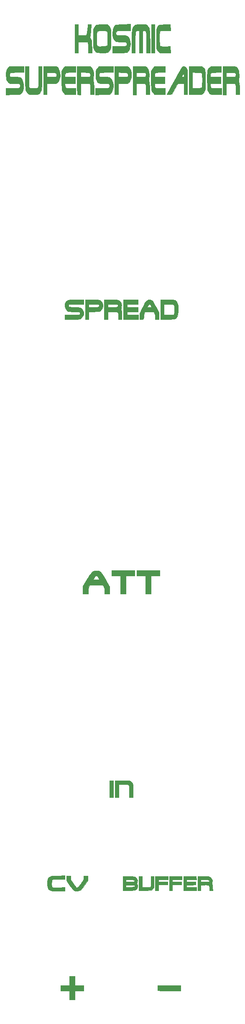
<source format=gbr>
%TF.GenerationSoftware,KiCad,Pcbnew,(5.1.9)-1*%
%TF.CreationDate,2021-06-03T21:33:33+01:00*%
%TF.ProjectId,SpreaderPanel,53707265-6164-4657-9250-616e656c2e6b,rev?*%
%TF.SameCoordinates,Original*%
%TF.FileFunction,Legend,Top*%
%TF.FilePolarity,Positive*%
%FSLAX46Y46*%
G04 Gerber Fmt 4.6, Leading zero omitted, Abs format (unit mm)*
G04 Created by KiCad (PCBNEW (5.1.9)-1) date 2021-06-03 21:33:33*
%MOMM*%
%LPD*%
G01*
G04 APERTURE LIST*
%ADD10C,0.010000*%
G04 APERTURE END LIST*
D10*
%TO.C,G\u002A\u002A\u002A*%
G36*
X117480291Y-220993854D02*
G01*
X119266229Y-220993854D01*
X119266229Y-222052187D01*
X117480291Y-222052187D01*
X117480291Y-223838125D01*
X116421958Y-223838125D01*
X116421958Y-222052187D01*
X114569875Y-222052187D01*
X114569875Y-220997587D01*
X116388885Y-220960781D01*
X116407288Y-220051276D01*
X116425691Y-219141770D01*
X117480291Y-219141770D01*
X117480291Y-220993854D01*
G37*
X117480291Y-220993854D02*
X119266229Y-220993854D01*
X119266229Y-222052187D01*
X117480291Y-222052187D01*
X117480291Y-223838125D01*
X116421958Y-223838125D01*
X116421958Y-222052187D01*
X114569875Y-222052187D01*
X114569875Y-220997587D01*
X116388885Y-220960781D01*
X116407288Y-220051276D01*
X116425691Y-219141770D01*
X117480291Y-219141770D01*
X117480291Y-220993854D01*
G36*
X138911541Y-222052187D02*
G01*
X136607461Y-222052187D01*
X136067944Y-222050964D01*
X135570798Y-222047487D01*
X135131411Y-222042045D01*
X134765174Y-222034928D01*
X134487476Y-222026424D01*
X134313707Y-222016823D01*
X134259284Y-222008090D01*
X134237799Y-221924727D01*
X134222105Y-221745873D01*
X134215267Y-221508299D01*
X134215187Y-221478923D01*
X134215187Y-220993854D01*
X138911541Y-220993854D01*
X138911541Y-222052187D01*
G37*
X138911541Y-222052187D02*
X136607461Y-222052187D01*
X136067944Y-222050964D01*
X135570798Y-222047487D01*
X135131411Y-222042045D01*
X134765174Y-222034928D01*
X134487476Y-222026424D01*
X134313707Y-222016823D01*
X134259284Y-222008090D01*
X134237799Y-221924727D01*
X134222105Y-221745873D01*
X134215267Y-221508299D01*
X134215187Y-221478923D01*
X134215187Y-220993854D01*
X138911541Y-220993854D01*
X138911541Y-222052187D01*
G36*
X115429770Y-199562604D02*
G01*
X114186229Y-199562604D01*
X113692405Y-199565824D01*
X113321639Y-199575850D01*
X113064844Y-199593225D01*
X112912935Y-199618496D01*
X112863312Y-199641979D01*
X112821376Y-199755504D01*
X112794655Y-199991743D01*
X112784078Y-200341890D01*
X112783937Y-200394557D01*
X112787949Y-200716256D01*
X112802423Y-200931330D01*
X112831014Y-201065267D01*
X112877379Y-201143558D01*
X112893514Y-201158541D01*
X112961878Y-201191827D01*
X113084851Y-201214822D01*
X113279478Y-201228399D01*
X113562804Y-201233434D01*
X113951874Y-201230801D01*
X114216431Y-201226414D01*
X115429770Y-201203505D01*
X115429770Y-201943854D01*
X114156463Y-201940950D01*
X113624953Y-201935791D01*
X113213736Y-201922549D01*
X112911017Y-201900507D01*
X112705003Y-201868946D01*
X112630730Y-201848021D01*
X112370953Y-201733920D01*
X112181300Y-201590442D01*
X112051800Y-201396812D01*
X111972480Y-201132253D01*
X111933368Y-200775990D01*
X111924288Y-200376175D01*
X111933518Y-199957104D01*
X111967307Y-199645391D01*
X112035264Y-199416950D01*
X112147000Y-199247696D01*
X112312121Y-199113541D01*
X112461682Y-199029114D01*
X112569344Y-198979984D01*
X112687887Y-198942448D01*
X112838099Y-198914226D01*
X113040774Y-198893038D01*
X113316701Y-198876607D01*
X113686673Y-198862654D01*
X114084849Y-198851193D01*
X115429770Y-198815222D01*
X115429770Y-199562604D01*
G37*
X115429770Y-199562604D02*
X114186229Y-199562604D01*
X113692405Y-199565824D01*
X113321639Y-199575850D01*
X113064844Y-199593225D01*
X112912935Y-199618496D01*
X112863312Y-199641979D01*
X112821376Y-199755504D01*
X112794655Y-199991743D01*
X112784078Y-200341890D01*
X112783937Y-200394557D01*
X112787949Y-200716256D01*
X112802423Y-200931330D01*
X112831014Y-201065267D01*
X112877379Y-201143558D01*
X112893514Y-201158541D01*
X112961878Y-201191827D01*
X113084851Y-201214822D01*
X113279478Y-201228399D01*
X113562804Y-201233434D01*
X113951874Y-201230801D01*
X114216431Y-201226414D01*
X115429770Y-201203505D01*
X115429770Y-201943854D01*
X114156463Y-201940950D01*
X113624953Y-201935791D01*
X113213736Y-201922549D01*
X112911017Y-201900507D01*
X112705003Y-201868946D01*
X112630730Y-201848021D01*
X112370953Y-201733920D01*
X112181300Y-201590442D01*
X112051800Y-201396812D01*
X111972480Y-201132253D01*
X111933368Y-200775990D01*
X111924288Y-200376175D01*
X111933518Y-199957104D01*
X111967307Y-199645391D01*
X112035264Y-199416950D01*
X112147000Y-199247696D01*
X112312121Y-199113541D01*
X112461682Y-199029114D01*
X112569344Y-198979984D01*
X112687887Y-198942448D01*
X112838099Y-198914226D01*
X113040774Y-198893038D01*
X113316701Y-198876607D01*
X113686673Y-198862654D01*
X114084849Y-198851193D01*
X115429770Y-198815222D01*
X115429770Y-199562604D01*
G36*
X116620395Y-199237377D02*
G01*
X116622645Y-199397227D01*
X116637216Y-199527122D01*
X116675843Y-199651819D01*
X116750261Y-199796075D01*
X116872202Y-199984647D01*
X117053402Y-200242294D01*
X117181074Y-200420326D01*
X117386297Y-200700419D01*
X117569863Y-200940539D01*
X117715770Y-201120520D01*
X117808012Y-201220198D01*
X117825996Y-201232955D01*
X117937684Y-201244970D01*
X118063111Y-201190678D01*
X118214409Y-201058852D01*
X118403708Y-200838262D01*
X118643140Y-200517681D01*
X118728447Y-200397651D01*
X118940764Y-200094463D01*
X119088251Y-199873580D01*
X119182715Y-199709473D01*
X119235960Y-199576611D01*
X119259794Y-199449467D01*
X119266022Y-199302512D01*
X119266229Y-199234780D01*
X119266229Y-198835000D01*
X120126125Y-198835000D01*
X120126125Y-199825145D01*
X119460395Y-200752718D01*
X119179478Y-201132939D01*
X118937577Y-201437748D01*
X118744448Y-201655539D01*
X118609850Y-201774706D01*
X118593057Y-201784546D01*
X118364292Y-201862698D01*
X118073514Y-201909732D01*
X117781604Y-201919827D01*
X117549444Y-201887161D01*
X117542574Y-201884985D01*
X117393780Y-201829016D01*
X117262137Y-201756227D01*
X117131185Y-201649921D01*
X116984465Y-201493400D01*
X116805519Y-201269968D01*
X116577889Y-200962927D01*
X116425586Y-200751822D01*
X115760499Y-199825145D01*
X115760499Y-198835000D01*
X116620395Y-198835000D01*
X116620395Y-199237377D01*
G37*
X116620395Y-199237377D02*
X116622645Y-199397227D01*
X116637216Y-199527122D01*
X116675843Y-199651819D01*
X116750261Y-199796075D01*
X116872202Y-199984647D01*
X117053402Y-200242294D01*
X117181074Y-200420326D01*
X117386297Y-200700419D01*
X117569863Y-200940539D01*
X117715770Y-201120520D01*
X117808012Y-201220198D01*
X117825996Y-201232955D01*
X117937684Y-201244970D01*
X118063111Y-201190678D01*
X118214409Y-201058852D01*
X118403708Y-200838262D01*
X118643140Y-200517681D01*
X118728447Y-200397651D01*
X118940764Y-200094463D01*
X119088251Y-199873580D01*
X119182715Y-199709473D01*
X119235960Y-199576611D01*
X119259794Y-199449467D01*
X119266022Y-199302512D01*
X119266229Y-199234780D01*
X119266229Y-198835000D01*
X120126125Y-198835000D01*
X120126125Y-199825145D01*
X119460395Y-200752718D01*
X119179478Y-201132939D01*
X118937577Y-201437748D01*
X118744448Y-201655539D01*
X118609850Y-201774706D01*
X118593057Y-201784546D01*
X118364292Y-201862698D01*
X118073514Y-201909732D01*
X117781604Y-201919827D01*
X117549444Y-201887161D01*
X117542574Y-201884985D01*
X117393780Y-201829016D01*
X117262137Y-201756227D01*
X117131185Y-201649921D01*
X116984465Y-201493400D01*
X116805519Y-201269968D01*
X116577889Y-200962927D01*
X116425586Y-200751822D01*
X115760499Y-199825145D01*
X115760499Y-198835000D01*
X116620395Y-198835000D01*
X116620395Y-199237377D01*
G36*
X128769180Y-198971094D02*
G01*
X129130284Y-198985465D01*
X129401905Y-199014852D01*
X129605376Y-199063699D01*
X129762029Y-199136455D01*
X129893199Y-199237563D01*
X129970739Y-199316067D01*
X130113340Y-199559582D01*
X130165594Y-199851418D01*
X130120304Y-200137003D01*
X130088580Y-200209543D01*
X130029340Y-200367181D01*
X130044254Y-200453140D01*
X130046419Y-200454596D01*
X130104823Y-200538657D01*
X130170727Y-200698682D01*
X130187191Y-200750175D01*
X130226731Y-200925958D01*
X130213883Y-201074463D01*
X130140872Y-201259672D01*
X130119945Y-201303488D01*
X130030386Y-201468487D01*
X129930009Y-201593568D01*
X129800020Y-201684183D01*
X129621621Y-201745781D01*
X129376017Y-201783813D01*
X129044413Y-201803729D01*
X128608011Y-201810979D01*
X128367821Y-201811562D01*
X127203729Y-201811562D01*
X127203729Y-201154004D01*
X127790368Y-201154004D01*
X128671137Y-201135517D01*
X129027107Y-201127046D01*
X129272196Y-201116624D01*
X129427799Y-201100387D01*
X129515314Y-201074468D01*
X129556136Y-201035002D01*
X129571662Y-200978123D01*
X129572456Y-200972678D01*
X129562588Y-200857713D01*
X129485076Y-200776908D01*
X129325036Y-200726209D01*
X129067580Y-200701562D01*
X128697824Y-200698913D01*
X128576550Y-200701450D01*
X127832114Y-200720156D01*
X127790368Y-201154004D01*
X127203729Y-201154004D01*
X127203729Y-199628750D01*
X127799041Y-199628750D01*
X127799041Y-200091770D01*
X128623537Y-200091770D01*
X128968525Y-200090248D01*
X129204809Y-200083290D01*
X129355961Y-200067312D01*
X129445557Y-200038727D01*
X129497169Y-199993950D01*
X129521096Y-199955250D01*
X129567351Y-199833615D01*
X129547195Y-199745435D01*
X129447022Y-199685792D01*
X129253227Y-199649768D01*
X128952206Y-199632447D01*
X128617765Y-199628750D01*
X127799041Y-199628750D01*
X127203729Y-199628750D01*
X127203729Y-198967291D01*
X128297259Y-198967291D01*
X128769180Y-198971094D01*
G37*
X128769180Y-198971094D02*
X129130284Y-198985465D01*
X129401905Y-199014852D01*
X129605376Y-199063699D01*
X129762029Y-199136455D01*
X129893199Y-199237563D01*
X129970739Y-199316067D01*
X130113340Y-199559582D01*
X130165594Y-199851418D01*
X130120304Y-200137003D01*
X130088580Y-200209543D01*
X130029340Y-200367181D01*
X130044254Y-200453140D01*
X130046419Y-200454596D01*
X130104823Y-200538657D01*
X130170727Y-200698682D01*
X130187191Y-200750175D01*
X130226731Y-200925958D01*
X130213883Y-201074463D01*
X130140872Y-201259672D01*
X130119945Y-201303488D01*
X130030386Y-201468487D01*
X129930009Y-201593568D01*
X129800020Y-201684183D01*
X129621621Y-201745781D01*
X129376017Y-201783813D01*
X129044413Y-201803729D01*
X128608011Y-201810979D01*
X128367821Y-201811562D01*
X127203729Y-201811562D01*
X127203729Y-201154004D01*
X127790368Y-201154004D01*
X128671137Y-201135517D01*
X129027107Y-201127046D01*
X129272196Y-201116624D01*
X129427799Y-201100387D01*
X129515314Y-201074468D01*
X129556136Y-201035002D01*
X129571662Y-200978123D01*
X129572456Y-200972678D01*
X129562588Y-200857713D01*
X129485076Y-200776908D01*
X129325036Y-200726209D01*
X129067580Y-200701562D01*
X128697824Y-200698913D01*
X128576550Y-200701450D01*
X127832114Y-200720156D01*
X127790368Y-201154004D01*
X127203729Y-201154004D01*
X127203729Y-199628750D01*
X127799041Y-199628750D01*
X127799041Y-200091770D01*
X128623537Y-200091770D01*
X128968525Y-200090248D01*
X129204809Y-200083290D01*
X129355961Y-200067312D01*
X129445557Y-200038727D01*
X129497169Y-199993950D01*
X129521096Y-199955250D01*
X129567351Y-199833615D01*
X129547195Y-199745435D01*
X129447022Y-199685792D01*
X129253227Y-199649768D01*
X128952206Y-199632447D01*
X128617765Y-199628750D01*
X127799041Y-199628750D01*
X127203729Y-199628750D01*
X127203729Y-198967291D01*
X128297259Y-198967291D01*
X128769180Y-198971094D01*
G36*
X131106333Y-201150104D02*
G01*
X131959152Y-201150104D01*
X132317790Y-201147769D01*
X132565189Y-201139126D01*
X132722347Y-201121714D01*
X132810261Y-201093073D01*
X132849928Y-201050742D01*
X132852121Y-201045475D01*
X132866286Y-200944783D01*
X132878259Y-200738085D01*
X132887074Y-200451663D01*
X132891763Y-200111796D01*
X132892270Y-199954069D01*
X132892270Y-198967291D01*
X133487583Y-198967291D01*
X133487583Y-201284338D01*
X133261297Y-201531414D01*
X133035010Y-201778489D01*
X131738615Y-201798969D01*
X130442221Y-201819449D01*
X130460084Y-200409907D01*
X130477947Y-199000364D01*
X130792140Y-198980203D01*
X131106333Y-198960043D01*
X131106333Y-201150104D01*
G37*
X131106333Y-201150104D02*
X131959152Y-201150104D01*
X132317790Y-201147769D01*
X132565189Y-201139126D01*
X132722347Y-201121714D01*
X132810261Y-201093073D01*
X132849928Y-201050742D01*
X132852121Y-201045475D01*
X132866286Y-200944783D01*
X132878259Y-200738085D01*
X132887074Y-200451663D01*
X132891763Y-200111796D01*
X132892270Y-199954069D01*
X132892270Y-198967291D01*
X133487583Y-198967291D01*
X133487583Y-201284338D01*
X133261297Y-201531414D01*
X133035010Y-201778489D01*
X131738615Y-201798969D01*
X130442221Y-201819449D01*
X130460084Y-200409907D01*
X130477947Y-199000364D01*
X130792140Y-198980203D01*
X131106333Y-198960043D01*
X131106333Y-201150104D01*
G36*
X136331854Y-199628750D02*
G01*
X134413624Y-199628750D01*
X134413624Y-200091770D01*
X136265708Y-200091770D01*
X136265708Y-200687083D01*
X134413624Y-200687083D01*
X134413624Y-201811562D01*
X133752166Y-201811562D01*
X133752166Y-198967291D01*
X136331854Y-198967291D01*
X136331854Y-199628750D01*
G37*
X136331854Y-199628750D02*
X134413624Y-199628750D01*
X134413624Y-200091770D01*
X136265708Y-200091770D01*
X136265708Y-200687083D01*
X134413624Y-200687083D01*
X134413624Y-201811562D01*
X133752166Y-201811562D01*
X133752166Y-198967291D01*
X136331854Y-198967291D01*
X136331854Y-199628750D01*
G36*
X139176125Y-199628750D02*
G01*
X137257895Y-199628750D01*
X137257895Y-200091770D01*
X139109979Y-200091770D01*
X139109979Y-200687083D01*
X137257895Y-200687083D01*
X137257895Y-201811562D01*
X136596437Y-201811562D01*
X136596437Y-198967291D01*
X139176125Y-198967291D01*
X139176125Y-199628750D01*
G37*
X139176125Y-199628750D02*
X137257895Y-199628750D01*
X137257895Y-200091770D01*
X139109979Y-200091770D01*
X139109979Y-200687083D01*
X137257895Y-200687083D01*
X137257895Y-201811562D01*
X136596437Y-201811562D01*
X136596437Y-198967291D01*
X139176125Y-198967291D01*
X139176125Y-199628750D01*
G36*
X140780161Y-198982399D02*
G01*
X142053468Y-199000364D01*
X142093790Y-199628750D01*
X140102166Y-199628750D01*
X140102166Y-200091770D01*
X141954250Y-200091770D01*
X141954250Y-200683350D01*
X141044744Y-200701753D01*
X140135239Y-200720156D01*
X140114512Y-200935130D01*
X140093784Y-201150104D01*
X142086541Y-201150104D01*
X142086541Y-201811562D01*
X139506854Y-201811562D01*
X139506854Y-198964435D01*
X140780161Y-198982399D01*
G37*
X140780161Y-198982399D02*
X142053468Y-199000364D01*
X142093790Y-199628750D01*
X140102166Y-199628750D01*
X140102166Y-200091770D01*
X141954250Y-200091770D01*
X141954250Y-200683350D01*
X141044744Y-200701753D01*
X140135239Y-200720156D01*
X140114512Y-200935130D01*
X140093784Y-201150104D01*
X142086541Y-201150104D01*
X142086541Y-201811562D01*
X139506854Y-201811562D01*
X139506854Y-198964435D01*
X140780161Y-198982399D01*
G36*
X143827025Y-198971534D02*
G01*
X144176604Y-198983301D01*
X144460810Y-199001145D01*
X144653491Y-199023623D01*
X144711532Y-199037645D01*
X145013424Y-199214359D01*
X145215102Y-199467636D01*
X145306755Y-199777456D01*
X145278573Y-200123801D01*
X145266000Y-200169116D01*
X145222163Y-200359936D01*
X145236356Y-200478892D01*
X145270425Y-200532422D01*
X145312760Y-200644850D01*
X145349998Y-200855882D01*
X145376698Y-201131832D01*
X145381834Y-201222134D01*
X145410015Y-201811562D01*
X144732375Y-201811562D01*
X144732375Y-201317796D01*
X144727632Y-201073293D01*
X144700389Y-200901047D01*
X144631121Y-200789125D01*
X144500304Y-200725593D01*
X144288415Y-200698519D01*
X143975929Y-200695969D01*
X143723946Y-200701450D01*
X142979510Y-200720156D01*
X142960298Y-201265859D01*
X142941087Y-201811562D01*
X142351125Y-201811562D01*
X142351125Y-200091770D01*
X142946437Y-200091770D01*
X143765161Y-200091770D01*
X144123353Y-200088750D01*
X144371700Y-200077965D01*
X144532548Y-200056831D01*
X144628240Y-200022764D01*
X144670830Y-199987007D01*
X144722027Y-199859649D01*
X144688385Y-199772033D01*
X144638255Y-199724626D01*
X144542976Y-199691140D01*
X144380551Y-199668450D01*
X144128983Y-199653428D01*
X143782715Y-199643310D01*
X142946437Y-199624797D01*
X142946437Y-200091770D01*
X142351125Y-200091770D01*
X142351125Y-198967291D01*
X143438225Y-198967291D01*
X143827025Y-198971534D01*
G37*
X143827025Y-198971534D02*
X144176604Y-198983301D01*
X144460810Y-199001145D01*
X144653491Y-199023623D01*
X144711532Y-199037645D01*
X145013424Y-199214359D01*
X145215102Y-199467636D01*
X145306755Y-199777456D01*
X145278573Y-200123801D01*
X145266000Y-200169116D01*
X145222163Y-200359936D01*
X145236356Y-200478892D01*
X145270425Y-200532422D01*
X145312760Y-200644850D01*
X145349998Y-200855882D01*
X145376698Y-201131832D01*
X145381834Y-201222134D01*
X145410015Y-201811562D01*
X144732375Y-201811562D01*
X144732375Y-201317796D01*
X144727632Y-201073293D01*
X144700389Y-200901047D01*
X144631121Y-200789125D01*
X144500304Y-200725593D01*
X144288415Y-200698519D01*
X143975929Y-200695969D01*
X143723946Y-200701450D01*
X142979510Y-200720156D01*
X142960298Y-201265859D01*
X142941087Y-201811562D01*
X142351125Y-201811562D01*
X142351125Y-200091770D01*
X142946437Y-200091770D01*
X143765161Y-200091770D01*
X144123353Y-200088750D01*
X144371700Y-200077965D01*
X144532548Y-200056831D01*
X144628240Y-200022764D01*
X144670830Y-199987007D01*
X144722027Y-199859649D01*
X144688385Y-199772033D01*
X144638255Y-199724626D01*
X144542976Y-199691140D01*
X144380551Y-199668450D01*
X144128983Y-199653428D01*
X143782715Y-199643310D01*
X142946437Y-199624797D01*
X142946437Y-200091770D01*
X142351125Y-200091770D01*
X142351125Y-198967291D01*
X143438225Y-198967291D01*
X143827025Y-198971534D01*
G36*
X125285500Y-183026145D02*
G01*
X124557895Y-183026145D01*
X124557895Y-179652708D01*
X125285500Y-179652708D01*
X125285500Y-183026145D01*
G37*
X125285500Y-183026145D02*
X124557895Y-183026145D01*
X124557895Y-179652708D01*
X125285500Y-179652708D01*
X125285500Y-183026145D01*
G36*
X127087973Y-179652955D02*
G01*
X127571398Y-179653862D01*
X127941250Y-179657373D01*
X128216242Y-179664948D01*
X128415088Y-179678048D01*
X128556501Y-179698133D01*
X128659195Y-179726664D01*
X128741883Y-179765102D01*
X128775297Y-179784642D01*
X128925825Y-179884625D01*
X129041123Y-179989986D01*
X129125850Y-180119236D01*
X129184664Y-180290888D01*
X129222226Y-180523452D01*
X129243194Y-180835442D01*
X129252227Y-181245369D01*
X129254002Y-181686692D01*
X129254249Y-183026145D01*
X128526645Y-183026145D01*
X128526645Y-181850238D01*
X128527708Y-181372750D01*
X128522184Y-181011313D01*
X128497007Y-180749848D01*
X128439111Y-180572273D01*
X128335430Y-180462507D01*
X128172897Y-180404470D01*
X127938446Y-180382080D01*
X127619010Y-180379257D01*
X127332270Y-180380312D01*
X126343833Y-180380312D01*
X126343833Y-183026145D01*
X125616229Y-183026145D01*
X125616229Y-179652708D01*
X127087973Y-179652955D01*
G37*
X127087973Y-179652955D02*
X127571398Y-179653862D01*
X127941250Y-179657373D01*
X128216242Y-179664948D01*
X128415088Y-179678048D01*
X128556501Y-179698133D01*
X128659195Y-179726664D01*
X128741883Y-179765102D01*
X128775297Y-179784642D01*
X128925825Y-179884625D01*
X129041123Y-179989986D01*
X129125850Y-180119236D01*
X129184664Y-180290888D01*
X129222226Y-180523452D01*
X129243194Y-180835442D01*
X129252227Y-181245369D01*
X129254002Y-181686692D01*
X129254249Y-183026145D01*
X128526645Y-183026145D01*
X128526645Y-181850238D01*
X128527708Y-181372750D01*
X128522184Y-181011313D01*
X128497007Y-180749848D01*
X128439111Y-180572273D01*
X128335430Y-180462507D01*
X128172897Y-180404470D01*
X127938446Y-180382080D01*
X127619010Y-180379257D01*
X127332270Y-180380312D01*
X126343833Y-180380312D01*
X126343833Y-183026145D01*
X125616229Y-183026145D01*
X125616229Y-179652708D01*
X127087973Y-179652955D01*
G36*
X122051506Y-137303556D02*
G01*
X122330611Y-137347760D01*
X122474302Y-137400555D01*
X122598585Y-137475966D01*
X122717854Y-137573253D01*
X122842418Y-137706598D01*
X122982590Y-137890186D01*
X123148679Y-138138200D01*
X123350997Y-138464823D01*
X123599854Y-138884239D01*
X123788786Y-139208737D01*
X124557895Y-140535861D01*
X124557895Y-141949583D01*
X123499562Y-141949583D01*
X123498305Y-141370807D01*
X123493490Y-141078762D01*
X123474212Y-140876029D01*
X123430934Y-140719722D01*
X123354120Y-140566953D01*
X123299746Y-140477838D01*
X123102444Y-140163645D01*
X120544024Y-140163645D01*
X120368147Y-140486789D01*
X120278333Y-140670629D01*
X120225112Y-140844390D01*
X120199450Y-141053939D01*
X120192313Y-141345145D01*
X120192270Y-141379758D01*
X120192270Y-141949583D01*
X119133937Y-141949583D01*
X119133937Y-140486568D01*
X119899225Y-139171963D01*
X119980022Y-139034408D01*
X121250604Y-139034408D01*
X121314782Y-139071499D01*
X121500520Y-139095490D01*
X121797620Y-139105168D01*
X121845916Y-139105312D01*
X122108083Y-139101131D01*
X122311342Y-139089931D01*
X122426179Y-139073729D01*
X122441229Y-139064654D01*
X122412019Y-138988450D01*
X122336863Y-138835599D01*
X122268209Y-138706101D01*
X122089888Y-138456610D01*
X121897938Y-138337200D01*
X121693790Y-138348747D01*
X121688566Y-138350712D01*
X121600317Y-138427878D01*
X121483920Y-138580065D01*
X121367893Y-138762752D01*
X121280756Y-138931419D01*
X121250604Y-139034408D01*
X119980022Y-139034408D01*
X120180578Y-138692969D01*
X120409423Y-138315491D01*
X120596622Y-138024917D01*
X120753036Y-137806635D01*
X120889526Y-137646035D01*
X121016955Y-137528504D01*
X121146182Y-137439431D01*
X121216156Y-137400319D01*
X121440399Y-137329825D01*
X121736809Y-137297575D01*
X122051506Y-137303556D01*
G37*
X122051506Y-137303556D02*
X122330611Y-137347760D01*
X122474302Y-137400555D01*
X122598585Y-137475966D01*
X122717854Y-137573253D01*
X122842418Y-137706598D01*
X122982590Y-137890186D01*
X123148679Y-138138200D01*
X123350997Y-138464823D01*
X123599854Y-138884239D01*
X123788786Y-139208737D01*
X124557895Y-140535861D01*
X124557895Y-141949583D01*
X123499562Y-141949583D01*
X123498305Y-141370807D01*
X123493490Y-141078762D01*
X123474212Y-140876029D01*
X123430934Y-140719722D01*
X123354120Y-140566953D01*
X123299746Y-140477838D01*
X123102444Y-140163645D01*
X120544024Y-140163645D01*
X120368147Y-140486789D01*
X120278333Y-140670629D01*
X120225112Y-140844390D01*
X120199450Y-141053939D01*
X120192313Y-141345145D01*
X120192270Y-141379758D01*
X120192270Y-141949583D01*
X119133937Y-141949583D01*
X119133937Y-140486568D01*
X119899225Y-139171963D01*
X119980022Y-139034408D01*
X121250604Y-139034408D01*
X121314782Y-139071499D01*
X121500520Y-139095490D01*
X121797620Y-139105168D01*
X121845916Y-139105312D01*
X122108083Y-139101131D01*
X122311342Y-139089931D01*
X122426179Y-139073729D01*
X122441229Y-139064654D01*
X122412019Y-138988450D01*
X122336863Y-138835599D01*
X122268209Y-138706101D01*
X122089888Y-138456610D01*
X121897938Y-138337200D01*
X121693790Y-138348747D01*
X121688566Y-138350712D01*
X121600317Y-138427878D01*
X121483920Y-138580065D01*
X121367893Y-138762752D01*
X121280756Y-138931419D01*
X121250604Y-139034408D01*
X119980022Y-139034408D01*
X120180578Y-138692969D01*
X120409423Y-138315491D01*
X120596622Y-138024917D01*
X120753036Y-137806635D01*
X120889526Y-137646035D01*
X121016955Y-137528504D01*
X121146182Y-137439431D01*
X121216156Y-137400319D01*
X121440399Y-137329825D01*
X121736809Y-137297575D01*
X122051506Y-137303556D01*
G36*
X129584979Y-138311562D02*
G01*
X127799041Y-138311562D01*
X127799041Y-141949583D01*
X126740708Y-141949583D01*
X126740708Y-138311562D01*
X124954770Y-138311562D01*
X124954770Y-137253229D01*
X129584979Y-137253229D01*
X129584979Y-138311562D01*
G37*
X129584979Y-138311562D02*
X127799041Y-138311562D01*
X127799041Y-141949583D01*
X126740708Y-141949583D01*
X126740708Y-138311562D01*
X124954770Y-138311562D01*
X124954770Y-137253229D01*
X129584979Y-137253229D01*
X129584979Y-138311562D01*
G36*
X134678208Y-138311562D02*
G01*
X132892270Y-138311562D01*
X132892270Y-141949583D01*
X131836063Y-141949583D01*
X131818464Y-140147109D01*
X131800864Y-138344635D01*
X129981854Y-138307829D01*
X129981854Y-137253229D01*
X134678208Y-137253229D01*
X134678208Y-138311562D01*
G37*
X134678208Y-138311562D02*
X132892270Y-138311562D01*
X132892270Y-141949583D01*
X131836063Y-141949583D01*
X131818464Y-140147109D01*
X131800864Y-138344635D01*
X129981854Y-138307829D01*
X129981854Y-137253229D01*
X134678208Y-137253229D01*
X134678208Y-138311562D01*
G36*
X119266229Y-83542812D02*
G01*
X117775816Y-83542812D01*
X117295308Y-83543104D01*
X116930399Y-83545050D01*
X116664399Y-83550257D01*
X116480615Y-83560333D01*
X116362356Y-83576885D01*
X116292929Y-83601520D01*
X116255644Y-83635844D01*
X116233809Y-83681465D01*
X116229993Y-83691640D01*
X116205170Y-83865662D01*
X116222998Y-83972760D01*
X116249069Y-84021510D01*
X116299171Y-84057593D01*
X116392616Y-84083749D01*
X116548716Y-84102717D01*
X116786782Y-84117239D01*
X117126128Y-84130053D01*
X117388482Y-84138124D01*
X117829180Y-84153309D01*
X118159698Y-84172369D01*
X118402144Y-84200256D01*
X118578625Y-84241922D01*
X118711248Y-84302319D01*
X118822121Y-84386399D01*
X118915806Y-84480219D01*
X119140165Y-84811035D01*
X119245802Y-85185135D01*
X119230324Y-85582810D01*
X119096942Y-85973219D01*
X118953121Y-86212489D01*
X118786953Y-86369240D01*
X118646110Y-86449227D01*
X118544181Y-86494025D01*
X118435217Y-86527827D01*
X118299601Y-86552163D01*
X118117718Y-86568562D01*
X117869955Y-86578550D01*
X117536694Y-86583658D01*
X117098322Y-86585414D01*
X116897168Y-86585520D01*
X115429770Y-86585520D01*
X115429770Y-85659479D01*
X118409169Y-85659479D01*
X118480702Y-85502481D01*
X118517209Y-85321271D01*
X118479288Y-85209180D01*
X118444899Y-85159123D01*
X118390233Y-85122463D01*
X118295521Y-85096596D01*
X118140996Y-85078915D01*
X117906889Y-85066816D01*
X117573432Y-85057694D01*
X117286464Y-85051985D01*
X116870302Y-85042898D01*
X116564553Y-85031718D01*
X116347341Y-85015779D01*
X116196788Y-84992412D01*
X116091019Y-84958952D01*
X116008157Y-84912730D01*
X115980080Y-84892720D01*
X115697606Y-84608240D01*
X115518361Y-84266394D01*
X115445649Y-83893424D01*
X115482777Y-83515570D01*
X115633050Y-83159076D01*
X115742637Y-83007632D01*
X115851218Y-82888572D01*
X115964072Y-82796369D01*
X116099168Y-82727624D01*
X116274479Y-82678938D01*
X116507974Y-82646911D01*
X116817625Y-82628144D01*
X117221403Y-82619237D01*
X117737279Y-82616791D01*
X117808896Y-82616770D01*
X119266229Y-82616770D01*
X119266229Y-83542812D01*
G37*
X119266229Y-83542812D02*
X117775816Y-83542812D01*
X117295308Y-83543104D01*
X116930399Y-83545050D01*
X116664399Y-83550257D01*
X116480615Y-83560333D01*
X116362356Y-83576885D01*
X116292929Y-83601520D01*
X116255644Y-83635844D01*
X116233809Y-83681465D01*
X116229993Y-83691640D01*
X116205170Y-83865662D01*
X116222998Y-83972760D01*
X116249069Y-84021510D01*
X116299171Y-84057593D01*
X116392616Y-84083749D01*
X116548716Y-84102717D01*
X116786782Y-84117239D01*
X117126128Y-84130053D01*
X117388482Y-84138124D01*
X117829180Y-84153309D01*
X118159698Y-84172369D01*
X118402144Y-84200256D01*
X118578625Y-84241922D01*
X118711248Y-84302319D01*
X118822121Y-84386399D01*
X118915806Y-84480219D01*
X119140165Y-84811035D01*
X119245802Y-85185135D01*
X119230324Y-85582810D01*
X119096942Y-85973219D01*
X118953121Y-86212489D01*
X118786953Y-86369240D01*
X118646110Y-86449227D01*
X118544181Y-86494025D01*
X118435217Y-86527827D01*
X118299601Y-86552163D01*
X118117718Y-86568562D01*
X117869955Y-86578550D01*
X117536694Y-86583658D01*
X117098322Y-86585414D01*
X116897168Y-86585520D01*
X115429770Y-86585520D01*
X115429770Y-85659479D01*
X118409169Y-85659479D01*
X118480702Y-85502481D01*
X118517209Y-85321271D01*
X118479288Y-85209180D01*
X118444899Y-85159123D01*
X118390233Y-85122463D01*
X118295521Y-85096596D01*
X118140996Y-85078915D01*
X117906889Y-85066816D01*
X117573432Y-85057694D01*
X117286464Y-85051985D01*
X116870302Y-85042898D01*
X116564553Y-85031718D01*
X116347341Y-85015779D01*
X116196788Y-84992412D01*
X116091019Y-84958952D01*
X116008157Y-84912730D01*
X115980080Y-84892720D01*
X115697606Y-84608240D01*
X115518361Y-84266394D01*
X115445649Y-83893424D01*
X115482777Y-83515570D01*
X115633050Y-83159076D01*
X115742637Y-83007632D01*
X115851218Y-82888572D01*
X115964072Y-82796369D01*
X116099168Y-82727624D01*
X116274479Y-82678938D01*
X116507974Y-82646911D01*
X116817625Y-82628144D01*
X117221403Y-82619237D01*
X117737279Y-82616791D01*
X117808896Y-82616770D01*
X119266229Y-82616770D01*
X119266229Y-83542812D01*
G36*
X121432142Y-82619149D02*
G01*
X121829033Y-82628846D01*
X122131665Y-82649698D01*
X122359030Y-82685546D01*
X122530122Y-82740227D01*
X122663935Y-82817581D01*
X122779461Y-82921446D01*
X122855989Y-83007659D01*
X123057359Y-83342338D01*
X123145623Y-83712549D01*
X123124198Y-84091181D01*
X122996497Y-84451124D01*
X122765937Y-84765267D01*
X122618532Y-84892720D01*
X122535680Y-84945625D01*
X122436719Y-84984032D01*
X122298869Y-85010869D01*
X122099348Y-85029065D01*
X121815376Y-85041550D01*
X121424170Y-85051252D01*
X121378298Y-85052181D01*
X120324562Y-85073269D01*
X120324562Y-86585520D01*
X119596958Y-86585520D01*
X119596958Y-83542812D01*
X120324562Y-83542812D01*
X120324562Y-84138124D01*
X121270447Y-84138124D01*
X121711395Y-84132954D01*
X122026271Y-84117140D01*
X122220902Y-84090232D01*
X122295708Y-84058749D01*
X122361978Y-83929793D01*
X122375083Y-83840468D01*
X122363626Y-83730528D01*
X122317087Y-83651296D01*
X122217211Y-83597853D01*
X122045745Y-83565281D01*
X121784435Y-83548660D01*
X121415029Y-83543073D01*
X121270447Y-83542812D01*
X120324562Y-83542812D01*
X119596958Y-83542812D01*
X119596958Y-82616770D01*
X120921999Y-82616770D01*
X121432142Y-82619149D01*
G37*
X121432142Y-82619149D02*
X121829033Y-82628846D01*
X122131665Y-82649698D01*
X122359030Y-82685546D01*
X122530122Y-82740227D01*
X122663935Y-82817581D01*
X122779461Y-82921446D01*
X122855989Y-83007659D01*
X123057359Y-83342338D01*
X123145623Y-83712549D01*
X123124198Y-84091181D01*
X122996497Y-84451124D01*
X122765937Y-84765267D01*
X122618532Y-84892720D01*
X122535680Y-84945625D01*
X122436719Y-84984032D01*
X122298869Y-85010869D01*
X122099348Y-85029065D01*
X121815376Y-85041550D01*
X121424170Y-85051252D01*
X121378298Y-85052181D01*
X120324562Y-85073269D01*
X120324562Y-86585520D01*
X119596958Y-86585520D01*
X119596958Y-83542812D01*
X120324562Y-83542812D01*
X120324562Y-84138124D01*
X121270447Y-84138124D01*
X121711395Y-84132954D01*
X122026271Y-84117140D01*
X122220902Y-84090232D01*
X122295708Y-84058749D01*
X122361978Y-83929793D01*
X122375083Y-83840468D01*
X122363626Y-83730528D01*
X122317087Y-83651296D01*
X122217211Y-83597853D01*
X122045745Y-83565281D01*
X121784435Y-83548660D01*
X121415029Y-83543073D01*
X121270447Y-83542812D01*
X120324562Y-83542812D01*
X119596958Y-83542812D01*
X119596958Y-82616770D01*
X120921999Y-82616770D01*
X121432142Y-82619149D01*
G36*
X124839015Y-82629661D02*
G01*
X125306384Y-82636976D01*
X125660725Y-82645075D01*
X125921296Y-82656029D01*
X126107354Y-82671913D01*
X126238159Y-82694798D01*
X126332966Y-82726757D01*
X126411034Y-82769862D01*
X126461086Y-82804242D01*
X126717552Y-83065998D01*
X126879871Y-83409634D01*
X126939051Y-83815791D01*
X126939145Y-83833527D01*
X126926451Y-84075866D01*
X126894078Y-84291849D01*
X126870340Y-84376631D01*
X126837204Y-84550893D01*
X126879935Y-84750168D01*
X126903413Y-84812223D01*
X126958629Y-85020049D01*
X126991901Y-85321256D01*
X127004954Y-85733023D01*
X127005291Y-85826182D01*
X127005291Y-86585520D01*
X126277687Y-86585520D01*
X126277687Y-85952786D01*
X126277443Y-85629321D01*
X126264421Y-85395583D01*
X126220183Y-85237034D01*
X126126292Y-85139133D01*
X125964311Y-85087341D01*
X125715801Y-85067117D01*
X125362327Y-85063921D01*
X125150881Y-85064166D01*
X124161020Y-85064166D01*
X124161020Y-86585520D01*
X123433416Y-86585520D01*
X123433416Y-83542812D01*
X124161020Y-83542812D01*
X124161020Y-84138124D01*
X125106906Y-84138124D01*
X125547853Y-84132954D01*
X125862729Y-84117140D01*
X126057361Y-84090232D01*
X126132166Y-84058749D01*
X126198436Y-83929793D01*
X126211541Y-83840468D01*
X126200084Y-83730528D01*
X126153545Y-83651296D01*
X126053669Y-83597853D01*
X125882203Y-83565281D01*
X125620894Y-83548660D01*
X125251487Y-83543073D01*
X125106906Y-83542812D01*
X124161020Y-83542812D01*
X123433416Y-83542812D01*
X123433416Y-82609480D01*
X124839015Y-82629661D01*
G37*
X124839015Y-82629661D02*
X125306384Y-82636976D01*
X125660725Y-82645075D01*
X125921296Y-82656029D01*
X126107354Y-82671913D01*
X126238159Y-82694798D01*
X126332966Y-82726757D01*
X126411034Y-82769862D01*
X126461086Y-82804242D01*
X126717552Y-83065998D01*
X126879871Y-83409634D01*
X126939051Y-83815791D01*
X126939145Y-83833527D01*
X126926451Y-84075866D01*
X126894078Y-84291849D01*
X126870340Y-84376631D01*
X126837204Y-84550893D01*
X126879935Y-84750168D01*
X126903413Y-84812223D01*
X126958629Y-85020049D01*
X126991901Y-85321256D01*
X127004954Y-85733023D01*
X127005291Y-85826182D01*
X127005291Y-86585520D01*
X126277687Y-86585520D01*
X126277687Y-85952786D01*
X126277443Y-85629321D01*
X126264421Y-85395583D01*
X126220183Y-85237034D01*
X126126292Y-85139133D01*
X125964311Y-85087341D01*
X125715801Y-85067117D01*
X125362327Y-85063921D01*
X125150881Y-85064166D01*
X124161020Y-85064166D01*
X124161020Y-86585520D01*
X123433416Y-86585520D01*
X123433416Y-83542812D01*
X124161020Y-83542812D01*
X124161020Y-84138124D01*
X125106906Y-84138124D01*
X125547853Y-84132954D01*
X125862729Y-84117140D01*
X126057361Y-84090232D01*
X126132166Y-84058749D01*
X126198436Y-83929793D01*
X126211541Y-83840468D01*
X126200084Y-83730528D01*
X126153545Y-83651296D01*
X126053669Y-83597853D01*
X125882203Y-83565281D01*
X125620894Y-83548660D01*
X125251487Y-83543073D01*
X125106906Y-83542812D01*
X124161020Y-83542812D01*
X123433416Y-83542812D01*
X123433416Y-82609480D01*
X124839015Y-82629661D01*
G36*
X130312583Y-83542812D02*
G01*
X128063624Y-83542812D01*
X128063624Y-84138124D01*
X130246437Y-84138124D01*
X130246437Y-85064166D01*
X128063624Y-85064166D01*
X128063624Y-85659479D01*
X130378729Y-85659479D01*
X130378729Y-86585520D01*
X127336020Y-86585520D01*
X127336020Y-82616770D01*
X130312583Y-82616770D01*
X130312583Y-83542812D01*
G37*
X130312583Y-83542812D02*
X128063624Y-83542812D01*
X128063624Y-84138124D01*
X130246437Y-84138124D01*
X130246437Y-85064166D01*
X128063624Y-85064166D01*
X128063624Y-85659479D01*
X130378729Y-85659479D01*
X130378729Y-86585520D01*
X127336020Y-86585520D01*
X127336020Y-82616770D01*
X130312583Y-82616770D01*
X130312583Y-83542812D01*
G36*
X132779584Y-82657834D02*
G01*
X132934232Y-82689755D01*
X133071189Y-82759951D01*
X133203084Y-82882438D01*
X133342547Y-83071231D01*
X133502208Y-83340346D01*
X133694696Y-83703799D01*
X133887113Y-84084498D01*
X134479770Y-85268948D01*
X134479770Y-86585520D01*
X133752166Y-86585520D01*
X133752166Y-86086791D01*
X133737918Y-85752198D01*
X133689878Y-85502123D01*
X133618530Y-85326114D01*
X133484894Y-85064166D01*
X131656734Y-85064166D01*
X131565871Y-85246067D01*
X131519271Y-85396645D01*
X131476421Y-85634525D01*
X131444950Y-85914772D01*
X131439499Y-85990208D01*
X131403989Y-86552447D01*
X131023651Y-86572285D01*
X130643312Y-86592122D01*
X130643312Y-85387706D01*
X131232575Y-84176414D01*
X131269145Y-84102416D01*
X132164666Y-84102416D01*
X132225013Y-84120603D01*
X132382903Y-84133465D01*
X132594614Y-84138124D01*
X132813593Y-84133113D01*
X132968454Y-84119999D01*
X133024562Y-84102416D01*
X132997064Y-84026882D01*
X132927764Y-83878358D01*
X132890926Y-83804760D01*
X132778057Y-83626659D01*
X132662132Y-83550838D01*
X132594614Y-83542812D01*
X132465930Y-83578251D01*
X132355388Y-83702634D01*
X132298302Y-83804760D01*
X132217342Y-83970804D01*
X132169862Y-84082388D01*
X132164666Y-84102416D01*
X131269145Y-84102416D01*
X131465278Y-83705557D01*
X131656737Y-83342054D01*
X131819147Y-83072242D01*
X131964702Y-82882457D01*
X132105596Y-82759034D01*
X132254022Y-82688311D01*
X132422175Y-82656622D01*
X132594614Y-82650173D01*
X132779584Y-82657834D01*
G37*
X132779584Y-82657834D02*
X132934232Y-82689755D01*
X133071189Y-82759951D01*
X133203084Y-82882438D01*
X133342547Y-83071231D01*
X133502208Y-83340346D01*
X133694696Y-83703799D01*
X133887113Y-84084498D01*
X134479770Y-85268948D01*
X134479770Y-86585520D01*
X133752166Y-86585520D01*
X133752166Y-86086791D01*
X133737918Y-85752198D01*
X133689878Y-85502123D01*
X133618530Y-85326114D01*
X133484894Y-85064166D01*
X131656734Y-85064166D01*
X131565871Y-85246067D01*
X131519271Y-85396645D01*
X131476421Y-85634525D01*
X131444950Y-85914772D01*
X131439499Y-85990208D01*
X131403989Y-86552447D01*
X131023651Y-86572285D01*
X130643312Y-86592122D01*
X130643312Y-85387706D01*
X131232575Y-84176414D01*
X131269145Y-84102416D01*
X132164666Y-84102416D01*
X132225013Y-84120603D01*
X132382903Y-84133465D01*
X132594614Y-84138124D01*
X132813593Y-84133113D01*
X132968454Y-84119999D01*
X133024562Y-84102416D01*
X132997064Y-84026882D01*
X132927764Y-83878358D01*
X132890926Y-83804760D01*
X132778057Y-83626659D01*
X132662132Y-83550838D01*
X132594614Y-83542812D01*
X132465930Y-83578251D01*
X132355388Y-83702634D01*
X132298302Y-83804760D01*
X132217342Y-83970804D01*
X132169862Y-84082388D01*
X132164666Y-84102416D01*
X131269145Y-84102416D01*
X131465278Y-83705557D01*
X131656737Y-83342054D01*
X131819147Y-83072242D01*
X131964702Y-82882457D01*
X132105596Y-82759034D01*
X132254022Y-82688311D01*
X132422175Y-82656622D01*
X132594614Y-82650173D01*
X132779584Y-82657834D01*
G36*
X136645734Y-82619154D02*
G01*
X137042666Y-82628859D01*
X137345321Y-82649713D01*
X137572682Y-82685546D01*
X137743733Y-82740188D01*
X137877459Y-82817467D01*
X137992843Y-82921212D01*
X138068728Y-83006705D01*
X138186129Y-83169916D01*
X138271205Y-83354182D01*
X138328600Y-83583163D01*
X138362957Y-83880520D01*
X138378920Y-84269915D01*
X138381637Y-84601145D01*
X138375574Y-85067049D01*
X138354290Y-85424746D01*
X138313142Y-85697896D01*
X138247486Y-85910161D01*
X138152678Y-86085201D01*
X138068728Y-86195585D01*
X137955032Y-86319044D01*
X137835614Y-86413490D01*
X137691491Y-86482753D01*
X137503678Y-86530663D01*
X137253191Y-86561048D01*
X136921046Y-86577738D01*
X136488260Y-86584561D01*
X136135541Y-86585520D01*
X134810499Y-86585520D01*
X134810499Y-83542812D01*
X135538104Y-83542812D01*
X135538104Y-85659479D01*
X137525753Y-85659479D01*
X137590262Y-85489808D01*
X137616579Y-85355680D01*
X137637716Y-85124419D01*
X137651185Y-84831157D01*
X137654770Y-84578484D01*
X137653656Y-84206515D01*
X137638181Y-83936258D01*
X137590151Y-83751488D01*
X137491369Y-83635976D01*
X137323639Y-83573495D01*
X137068766Y-83547818D01*
X136708554Y-83542717D01*
X136493468Y-83542812D01*
X135538104Y-83542812D01*
X134810499Y-83542812D01*
X134810499Y-82616770D01*
X136135541Y-82616770D01*
X136645734Y-82619154D01*
G37*
X136645734Y-82619154D02*
X137042666Y-82628859D01*
X137345321Y-82649713D01*
X137572682Y-82685546D01*
X137743733Y-82740188D01*
X137877459Y-82817467D01*
X137992843Y-82921212D01*
X138068728Y-83006705D01*
X138186129Y-83169916D01*
X138271205Y-83354182D01*
X138328600Y-83583163D01*
X138362957Y-83880520D01*
X138378920Y-84269915D01*
X138381637Y-84601145D01*
X138375574Y-85067049D01*
X138354290Y-85424746D01*
X138313142Y-85697896D01*
X138247486Y-85910161D01*
X138152678Y-86085201D01*
X138068728Y-86195585D01*
X137955032Y-86319044D01*
X137835614Y-86413490D01*
X137691491Y-86482753D01*
X137503678Y-86530663D01*
X137253191Y-86561048D01*
X136921046Y-86577738D01*
X136488260Y-86584561D01*
X136135541Y-86585520D01*
X134810499Y-86585520D01*
X134810499Y-83542812D01*
X135538104Y-83542812D01*
X135538104Y-85659479D01*
X137525753Y-85659479D01*
X137590262Y-85489808D01*
X137616579Y-85355680D01*
X137637716Y-85124419D01*
X137651185Y-84831157D01*
X137654770Y-84578484D01*
X137653656Y-84206515D01*
X137638181Y-83936258D01*
X137590151Y-83751488D01*
X137491369Y-83635976D01*
X137323639Y-83573495D01*
X137068766Y-83547818D01*
X136708554Y-83542717D01*
X136493468Y-83542812D01*
X135538104Y-83542812D01*
X134810499Y-83542812D01*
X134810499Y-82616770D01*
X136135541Y-82616770D01*
X136645734Y-82619154D01*
G36*
X107161541Y-36777708D02*
G01*
X105815803Y-36777708D01*
X105356926Y-36778652D01*
X105012109Y-36782494D01*
X104763125Y-36790748D01*
X104591750Y-36804931D01*
X104479759Y-36826556D01*
X104408926Y-36857140D01*
X104361027Y-36898196D01*
X104360595Y-36898671D01*
X104287153Y-37049137D01*
X104254311Y-37256695D01*
X104264459Y-37463694D01*
X104319989Y-37612480D01*
X104330500Y-37624375D01*
X104430224Y-37661371D01*
X104646971Y-37686655D01*
X104986081Y-37700648D01*
X105339223Y-37703997D01*
X105780297Y-37709776D01*
X106111929Y-37732683D01*
X106356704Y-37781476D01*
X106537209Y-37864914D01*
X106676026Y-37991753D01*
X106795743Y-38170753D01*
X106861461Y-38294278D01*
X107033965Y-38766726D01*
X107113737Y-39293620D01*
X107100789Y-39835069D01*
X106995133Y-40351180D01*
X106860737Y-40686524D01*
X106770248Y-40857249D01*
X106681430Y-40988908D01*
X106576301Y-41086884D01*
X106436878Y-41156561D01*
X106245176Y-41203321D01*
X105983214Y-41232548D01*
X105633006Y-41249625D01*
X105176570Y-41259936D01*
X104932252Y-41263794D01*
X103523520Y-41285036D01*
X103523520Y-39952708D01*
X104875759Y-39952708D01*
X105331247Y-39952235D01*
X105672656Y-39949589D01*
X105918199Y-39942931D01*
X106086089Y-39930420D01*
X106194537Y-39910217D01*
X106261757Y-39880481D01*
X106305960Y-39839374D01*
X106330968Y-39805698D01*
X106411200Y-39627775D01*
X106433937Y-39489687D01*
X106395323Y-39302875D01*
X106330968Y-39173676D01*
X106284732Y-39116850D01*
X106224208Y-39076924D01*
X106127420Y-39050926D01*
X105972394Y-39035881D01*
X105737156Y-39028815D01*
X105399733Y-39026755D01*
X105244636Y-39026666D01*
X104863177Y-39025707D01*
X104590063Y-39020609D01*
X104401352Y-39008042D01*
X104273100Y-38984678D01*
X104181365Y-38947185D01*
X104102202Y-38892234D01*
X104066564Y-38862828D01*
X103927499Y-38707105D01*
X103784786Y-38488005D01*
X103714245Y-38350198D01*
X103641502Y-38170648D01*
X103594886Y-37994920D01*
X103568917Y-37785595D01*
X103558117Y-37505257D01*
X103556636Y-37273802D01*
X103560658Y-36929082D01*
X103576377Y-36679091D01*
X103609271Y-36486411D01*
X103664819Y-36313625D01*
X103714245Y-36197405D01*
X103838832Y-35969510D01*
X103985101Y-35768137D01*
X104066564Y-35684775D01*
X104132962Y-35631326D01*
X104200416Y-35590985D01*
X104287440Y-35561908D01*
X104412544Y-35542250D01*
X104594240Y-35530168D01*
X104851039Y-35523818D01*
X105201453Y-35521355D01*
X105663993Y-35520937D01*
X107161541Y-35520937D01*
X107161541Y-36777708D01*
G37*
X107161541Y-36777708D02*
X105815803Y-36777708D01*
X105356926Y-36778652D01*
X105012109Y-36782494D01*
X104763125Y-36790748D01*
X104591750Y-36804931D01*
X104479759Y-36826556D01*
X104408926Y-36857140D01*
X104361027Y-36898196D01*
X104360595Y-36898671D01*
X104287153Y-37049137D01*
X104254311Y-37256695D01*
X104264459Y-37463694D01*
X104319989Y-37612480D01*
X104330500Y-37624375D01*
X104430224Y-37661371D01*
X104646971Y-37686655D01*
X104986081Y-37700648D01*
X105339223Y-37703997D01*
X105780297Y-37709776D01*
X106111929Y-37732683D01*
X106356704Y-37781476D01*
X106537209Y-37864914D01*
X106676026Y-37991753D01*
X106795743Y-38170753D01*
X106861461Y-38294278D01*
X107033965Y-38766726D01*
X107113737Y-39293620D01*
X107100789Y-39835069D01*
X106995133Y-40351180D01*
X106860737Y-40686524D01*
X106770248Y-40857249D01*
X106681430Y-40988908D01*
X106576301Y-41086884D01*
X106436878Y-41156561D01*
X106245176Y-41203321D01*
X105983214Y-41232548D01*
X105633006Y-41249625D01*
X105176570Y-41259936D01*
X104932252Y-41263794D01*
X103523520Y-41285036D01*
X103523520Y-39952708D01*
X104875759Y-39952708D01*
X105331247Y-39952235D01*
X105672656Y-39949589D01*
X105918199Y-39942931D01*
X106086089Y-39930420D01*
X106194537Y-39910217D01*
X106261757Y-39880481D01*
X106305960Y-39839374D01*
X106330968Y-39805698D01*
X106411200Y-39627775D01*
X106433937Y-39489687D01*
X106395323Y-39302875D01*
X106330968Y-39173676D01*
X106284732Y-39116850D01*
X106224208Y-39076924D01*
X106127420Y-39050926D01*
X105972394Y-39035881D01*
X105737156Y-39028815D01*
X105399733Y-39026755D01*
X105244636Y-39026666D01*
X104863177Y-39025707D01*
X104590063Y-39020609D01*
X104401352Y-39008042D01*
X104273100Y-38984678D01*
X104181365Y-38947185D01*
X104102202Y-38892234D01*
X104066564Y-38862828D01*
X103927499Y-38707105D01*
X103784786Y-38488005D01*
X103714245Y-38350198D01*
X103641502Y-38170648D01*
X103594886Y-37994920D01*
X103568917Y-37785595D01*
X103558117Y-37505257D01*
X103556636Y-37273802D01*
X103560658Y-36929082D01*
X103576377Y-36679091D01*
X103609271Y-36486411D01*
X103664819Y-36313625D01*
X103714245Y-36197405D01*
X103838832Y-35969510D01*
X103985101Y-35768137D01*
X104066564Y-35684775D01*
X104132962Y-35631326D01*
X104200416Y-35590985D01*
X104287440Y-35561908D01*
X104412544Y-35542250D01*
X104594240Y-35530168D01*
X104851039Y-35523818D01*
X105201453Y-35521355D01*
X105663993Y-35520937D01*
X107161541Y-35520937D01*
X107161541Y-36777708D01*
G36*
X120822159Y-35749499D02*
G01*
X121034707Y-36058622D01*
X121190088Y-36457337D01*
X121282172Y-36913188D01*
X121304831Y-37393719D01*
X121251936Y-37866470D01*
X121235844Y-37940102D01*
X121186007Y-38181740D01*
X121175659Y-38351565D01*
X121205030Y-38504101D01*
X121238641Y-38601561D01*
X121283840Y-38788151D01*
X121319858Y-39085481D01*
X121347331Y-39500689D01*
X121366751Y-40035390D01*
X121397647Y-41209479D01*
X120655291Y-41209479D01*
X120655291Y-40286549D01*
X120649439Y-39880988D01*
X120632851Y-39548443D01*
X120606983Y-39309601D01*
X120578528Y-39195143D01*
X120501765Y-39026666D01*
X118670916Y-39026666D01*
X118670916Y-41275624D01*
X118351211Y-41275624D01*
X118155261Y-41267187D01*
X118018800Y-41245751D01*
X117987409Y-41231527D01*
X117978089Y-41158099D01*
X117969440Y-40966193D01*
X117961673Y-40669622D01*
X117955001Y-40282200D01*
X117949634Y-39817739D01*
X117945785Y-39290053D01*
X117943666Y-38712955D01*
X117943312Y-38354184D01*
X117943312Y-37703750D01*
X118670916Y-37703750D01*
X119555786Y-37703750D01*
X119961681Y-37699140D01*
X120247316Y-37684631D01*
X120424424Y-37659200D01*
X120504739Y-37621826D01*
X120505347Y-37621067D01*
X120593096Y-37426562D01*
X120608910Y-37196786D01*
X120557211Y-36982330D01*
X120442420Y-36833786D01*
X120436179Y-36829676D01*
X120343135Y-36810671D01*
X120145781Y-36794827D01*
X119872088Y-36783691D01*
X119550028Y-36778808D01*
X119514276Y-36778721D01*
X118670916Y-36777708D01*
X118670916Y-37703750D01*
X117943312Y-37703750D01*
X117943312Y-35520937D01*
X120606598Y-35520937D01*
X120822159Y-35749499D01*
G37*
X120822159Y-35749499D02*
X121034707Y-36058622D01*
X121190088Y-36457337D01*
X121282172Y-36913188D01*
X121304831Y-37393719D01*
X121251936Y-37866470D01*
X121235844Y-37940102D01*
X121186007Y-38181740D01*
X121175659Y-38351565D01*
X121205030Y-38504101D01*
X121238641Y-38601561D01*
X121283840Y-38788151D01*
X121319858Y-39085481D01*
X121347331Y-39500689D01*
X121366751Y-40035390D01*
X121397647Y-41209479D01*
X120655291Y-41209479D01*
X120655291Y-40286549D01*
X120649439Y-39880988D01*
X120632851Y-39548443D01*
X120606983Y-39309601D01*
X120578528Y-39195143D01*
X120501765Y-39026666D01*
X118670916Y-39026666D01*
X118670916Y-41275624D01*
X118351211Y-41275624D01*
X118155261Y-41267187D01*
X118018800Y-41245751D01*
X117987409Y-41231527D01*
X117978089Y-41158099D01*
X117969440Y-40966193D01*
X117961673Y-40669622D01*
X117955001Y-40282200D01*
X117949634Y-39817739D01*
X117945785Y-39290053D01*
X117943666Y-38712955D01*
X117943312Y-38354184D01*
X117943312Y-37703750D01*
X118670916Y-37703750D01*
X119555786Y-37703750D01*
X119961681Y-37699140D01*
X120247316Y-37684631D01*
X120424424Y-37659200D01*
X120504739Y-37621826D01*
X120505347Y-37621067D01*
X120593096Y-37426562D01*
X120608910Y-37196786D01*
X120557211Y-36982330D01*
X120442420Y-36833786D01*
X120436179Y-36829676D01*
X120343135Y-36810671D01*
X120145781Y-36794827D01*
X119872088Y-36783691D01*
X119550028Y-36778808D01*
X119514276Y-36778721D01*
X118670916Y-36777708D01*
X118670916Y-37703750D01*
X117943312Y-37703750D01*
X117943312Y-35520937D01*
X120606598Y-35520937D01*
X120822159Y-35749499D01*
G36*
X125285500Y-36777708D02*
G01*
X123939762Y-36777708D01*
X123480885Y-36778652D01*
X123136067Y-36782494D01*
X122887083Y-36790748D01*
X122715708Y-36804931D01*
X122603717Y-36826556D01*
X122532884Y-36857140D01*
X122484985Y-36898196D01*
X122484553Y-36898671D01*
X122411111Y-37049137D01*
X122378269Y-37256695D01*
X122388417Y-37463694D01*
X122443947Y-37612480D01*
X122454458Y-37624375D01*
X122553434Y-37661173D01*
X122768580Y-37686344D01*
X123105493Y-37700326D01*
X123469936Y-37703750D01*
X123845618Y-37705323D01*
X124114649Y-37712241D01*
X124302655Y-37727799D01*
X124435260Y-37755295D01*
X124538089Y-37798024D01*
X124626874Y-37852578D01*
X124871154Y-38092022D01*
X125055528Y-38423449D01*
X125179660Y-38820723D01*
X125243216Y-39257707D01*
X125245859Y-39708264D01*
X125187255Y-40146258D01*
X125067067Y-40545551D01*
X124884961Y-40880007D01*
X124668587Y-41103427D01*
X124598722Y-41149723D01*
X124517005Y-41184916D01*
X124404646Y-41210872D01*
X124242854Y-41229459D01*
X124012838Y-41242543D01*
X123695809Y-41251990D01*
X123272975Y-41259668D01*
X123064961Y-41262733D01*
X121647479Y-41282915D01*
X121647479Y-39952708D01*
X122999718Y-39952708D01*
X123455205Y-39952235D01*
X123796615Y-39949589D01*
X124042158Y-39942931D01*
X124210047Y-39930420D01*
X124318495Y-39910217D01*
X124385715Y-39880481D01*
X124429919Y-39839374D01*
X124454926Y-39805698D01*
X124535158Y-39627775D01*
X124557895Y-39489687D01*
X124519282Y-39302875D01*
X124454926Y-39173676D01*
X124408592Y-39116754D01*
X124347925Y-39076794D01*
X124250898Y-39050804D01*
X124095484Y-39035795D01*
X123859657Y-39028773D01*
X123521392Y-39026748D01*
X123372440Y-39026666D01*
X122946177Y-39023557D01*
X122629033Y-39007608D01*
X122397867Y-38968883D01*
X122229538Y-38897447D01*
X122100905Y-38783367D01*
X121988828Y-38616707D01*
X121870165Y-38387532D01*
X121866543Y-38380161D01*
X121783103Y-38198868D01*
X121729168Y-38038425D01*
X121698488Y-37861380D01*
X121684815Y-37630286D01*
X121681902Y-37307693D01*
X121681953Y-37273802D01*
X121686807Y-36927131D01*
X121703470Y-36675070D01*
X121737437Y-36480083D01*
X121794205Y-36304640D01*
X121839583Y-36197405D01*
X121963486Y-35969350D01*
X122109357Y-35767899D01*
X122190523Y-35684775D01*
X122256920Y-35631326D01*
X122324375Y-35590985D01*
X122411398Y-35561908D01*
X122536502Y-35542250D01*
X122718198Y-35530168D01*
X122974997Y-35523818D01*
X123325411Y-35521355D01*
X123787951Y-35520937D01*
X125285500Y-35520937D01*
X125285500Y-36777708D01*
G37*
X125285500Y-36777708D02*
X123939762Y-36777708D01*
X123480885Y-36778652D01*
X123136067Y-36782494D01*
X122887083Y-36790748D01*
X122715708Y-36804931D01*
X122603717Y-36826556D01*
X122532884Y-36857140D01*
X122484985Y-36898196D01*
X122484553Y-36898671D01*
X122411111Y-37049137D01*
X122378269Y-37256695D01*
X122388417Y-37463694D01*
X122443947Y-37612480D01*
X122454458Y-37624375D01*
X122553434Y-37661173D01*
X122768580Y-37686344D01*
X123105493Y-37700326D01*
X123469936Y-37703750D01*
X123845618Y-37705323D01*
X124114649Y-37712241D01*
X124302655Y-37727799D01*
X124435260Y-37755295D01*
X124538089Y-37798024D01*
X124626874Y-37852578D01*
X124871154Y-38092022D01*
X125055528Y-38423449D01*
X125179660Y-38820723D01*
X125243216Y-39257707D01*
X125245859Y-39708264D01*
X125187255Y-40146258D01*
X125067067Y-40545551D01*
X124884961Y-40880007D01*
X124668587Y-41103427D01*
X124598722Y-41149723D01*
X124517005Y-41184916D01*
X124404646Y-41210872D01*
X124242854Y-41229459D01*
X124012838Y-41242543D01*
X123695809Y-41251990D01*
X123272975Y-41259668D01*
X123064961Y-41262733D01*
X121647479Y-41282915D01*
X121647479Y-39952708D01*
X122999718Y-39952708D01*
X123455205Y-39952235D01*
X123796615Y-39949589D01*
X124042158Y-39942931D01*
X124210047Y-39930420D01*
X124318495Y-39910217D01*
X124385715Y-39880481D01*
X124429919Y-39839374D01*
X124454926Y-39805698D01*
X124535158Y-39627775D01*
X124557895Y-39489687D01*
X124519282Y-39302875D01*
X124454926Y-39173676D01*
X124408592Y-39116754D01*
X124347925Y-39076794D01*
X124250898Y-39050804D01*
X124095484Y-39035795D01*
X123859657Y-39028773D01*
X123521392Y-39026748D01*
X123372440Y-39026666D01*
X122946177Y-39023557D01*
X122629033Y-39007608D01*
X122397867Y-38968883D01*
X122229538Y-38897447D01*
X122100905Y-38783367D01*
X121988828Y-38616707D01*
X121870165Y-38387532D01*
X121866543Y-38380161D01*
X121783103Y-38198868D01*
X121729168Y-38038425D01*
X121698488Y-37861380D01*
X121684815Y-37630286D01*
X121681902Y-37307693D01*
X121681953Y-37273802D01*
X121686807Y-36927131D01*
X121703470Y-36675070D01*
X121737437Y-36480083D01*
X121794205Y-36304640D01*
X121839583Y-36197405D01*
X121963486Y-35969350D01*
X122109357Y-35767899D01*
X122190523Y-35684775D01*
X122256920Y-35631326D01*
X122324375Y-35590985D01*
X122411398Y-35561908D01*
X122536502Y-35542250D01*
X122718198Y-35530168D01*
X122974997Y-35523818D01*
X123325411Y-35521355D01*
X123787951Y-35520937D01*
X125285500Y-35520937D01*
X125285500Y-36777708D01*
G36*
X130981587Y-35521401D02*
G01*
X131311869Y-35524268D01*
X131549867Y-35531756D01*
X131715586Y-35546077D01*
X131829029Y-35569449D01*
X131910201Y-35604086D01*
X131979105Y-35652203D01*
X132018497Y-35684775D01*
X132228142Y-35937394D01*
X132391501Y-36288367D01*
X132502739Y-36710094D01*
X132556025Y-37174973D01*
X132545524Y-37655403D01*
X132500895Y-37967202D01*
X132460381Y-38231874D01*
X132464518Y-38443156D01*
X132515697Y-38673022D01*
X132525445Y-38706391D01*
X132570766Y-38912277D01*
X132601938Y-39187032D01*
X132620375Y-39550377D01*
X132627496Y-40022032D01*
X132627687Y-40130078D01*
X132627687Y-41209479D01*
X131900083Y-41209479D01*
X131900083Y-40246016D01*
X131895490Y-39885767D01*
X131882821Y-39569824D01*
X131863739Y-39324699D01*
X131839907Y-39176904D01*
X131831610Y-39154609D01*
X131794123Y-39103591D01*
X131731064Y-39068213D01*
X131620555Y-39045653D01*
X131440719Y-39033092D01*
X131169680Y-39027708D01*
X130839422Y-39026666D01*
X129915708Y-39026666D01*
X129915708Y-41275624D01*
X129254249Y-41275624D01*
X129254249Y-37703750D01*
X129909663Y-37703750D01*
X130836400Y-37703750D01*
X131206170Y-37702348D01*
X131465499Y-37696271D01*
X131636223Y-37682712D01*
X131740180Y-37658862D01*
X131799206Y-37621916D01*
X131831610Y-37575806D01*
X131895956Y-37346511D01*
X131874175Y-37106450D01*
X131772064Y-36914448D01*
X131765830Y-36908038D01*
X131699656Y-36852432D01*
X131616388Y-36815586D01*
X131490974Y-36794527D01*
X131298362Y-36786284D01*
X131013501Y-36787885D01*
X130790179Y-36792283D01*
X129948781Y-36810781D01*
X129929222Y-37257265D01*
X129909663Y-37703750D01*
X129254249Y-37703750D01*
X129254249Y-35520937D01*
X130539018Y-35520937D01*
X130981587Y-35521401D01*
G37*
X130981587Y-35521401D02*
X131311869Y-35524268D01*
X131549867Y-35531756D01*
X131715586Y-35546077D01*
X131829029Y-35569449D01*
X131910201Y-35604086D01*
X131979105Y-35652203D01*
X132018497Y-35684775D01*
X132228142Y-35937394D01*
X132391501Y-36288367D01*
X132502739Y-36710094D01*
X132556025Y-37174973D01*
X132545524Y-37655403D01*
X132500895Y-37967202D01*
X132460381Y-38231874D01*
X132464518Y-38443156D01*
X132515697Y-38673022D01*
X132525445Y-38706391D01*
X132570766Y-38912277D01*
X132601938Y-39187032D01*
X132620375Y-39550377D01*
X132627496Y-40022032D01*
X132627687Y-40130078D01*
X132627687Y-41209479D01*
X131900083Y-41209479D01*
X131900083Y-40246016D01*
X131895490Y-39885767D01*
X131882821Y-39569824D01*
X131863739Y-39324699D01*
X131839907Y-39176904D01*
X131831610Y-39154609D01*
X131794123Y-39103591D01*
X131731064Y-39068213D01*
X131620555Y-39045653D01*
X131440719Y-39033092D01*
X131169680Y-39027708D01*
X130839422Y-39026666D01*
X129915708Y-39026666D01*
X129915708Y-41275624D01*
X129254249Y-41275624D01*
X129254249Y-37703750D01*
X129909663Y-37703750D01*
X130836400Y-37703750D01*
X131206170Y-37702348D01*
X131465499Y-37696271D01*
X131636223Y-37682712D01*
X131740180Y-37658862D01*
X131799206Y-37621916D01*
X131831610Y-37575806D01*
X131895956Y-37346511D01*
X131874175Y-37106450D01*
X131772064Y-36914448D01*
X131765830Y-36908038D01*
X131699656Y-36852432D01*
X131616388Y-36815586D01*
X131490974Y-36794527D01*
X131298362Y-36786284D01*
X131013501Y-36787885D01*
X130790179Y-36792283D01*
X129948781Y-36810781D01*
X129929222Y-37257265D01*
X129909663Y-37703750D01*
X129254249Y-37703750D01*
X129254249Y-35520937D01*
X130539018Y-35520937D01*
X130981587Y-35521401D01*
G36*
X149207428Y-35522392D02*
G01*
X149576818Y-35531214D01*
X149852977Y-35554086D01*
X150055434Y-35597692D01*
X150203720Y-35668715D01*
X150317363Y-35773840D01*
X150415893Y-35919749D01*
X150518839Y-36113127D01*
X150532148Y-36139311D01*
X150642367Y-36446045D01*
X150716417Y-36835391D01*
X150750482Y-37261686D01*
X150740743Y-37679265D01*
X150689286Y-38018697D01*
X150646827Y-38254218D01*
X150654427Y-38457044D01*
X150713778Y-38700427D01*
X150759390Y-38904052D01*
X150790847Y-39170650D01*
X150809677Y-39521209D01*
X150817408Y-39976720D01*
X150817791Y-40130078D01*
X150817791Y-41209479D01*
X150090187Y-41209479D01*
X150090187Y-40229934D01*
X150085341Y-39782151D01*
X150070325Y-39456921D01*
X150044424Y-39244844D01*
X150006922Y-39136517D01*
X150006907Y-39136496D01*
X149958363Y-39090273D01*
X149877746Y-39059460D01*
X149742681Y-39041871D01*
X149530794Y-39035320D01*
X149219710Y-39037621D01*
X149031256Y-39041172D01*
X148138885Y-39059739D01*
X148120749Y-40167682D01*
X148102613Y-41275624D01*
X147444354Y-41275624D01*
X147444354Y-37703750D01*
X148099768Y-37703750D01*
X149026504Y-37703750D01*
X149396275Y-37702348D01*
X149655603Y-37696271D01*
X149826328Y-37682712D01*
X149930284Y-37658862D01*
X149989310Y-37621916D01*
X150021714Y-37575806D01*
X150086060Y-37346511D01*
X150064280Y-37106450D01*
X149962168Y-36914448D01*
X149955934Y-36908038D01*
X149889760Y-36852432D01*
X149806492Y-36815586D01*
X149681078Y-36794527D01*
X149488466Y-36786284D01*
X149203605Y-36787885D01*
X148980283Y-36792283D01*
X148138885Y-36810781D01*
X148119326Y-37257265D01*
X148099768Y-37703750D01*
X147444354Y-37703750D01*
X147444354Y-35520937D01*
X148725277Y-35520937D01*
X149207428Y-35522392D01*
G37*
X149207428Y-35522392D02*
X149576818Y-35531214D01*
X149852977Y-35554086D01*
X150055434Y-35597692D01*
X150203720Y-35668715D01*
X150317363Y-35773840D01*
X150415893Y-35919749D01*
X150518839Y-36113127D01*
X150532148Y-36139311D01*
X150642367Y-36446045D01*
X150716417Y-36835391D01*
X150750482Y-37261686D01*
X150740743Y-37679265D01*
X150689286Y-38018697D01*
X150646827Y-38254218D01*
X150654427Y-38457044D01*
X150713778Y-38700427D01*
X150759390Y-38904052D01*
X150790847Y-39170650D01*
X150809677Y-39521209D01*
X150817408Y-39976720D01*
X150817791Y-40130078D01*
X150817791Y-41209479D01*
X150090187Y-41209479D01*
X150090187Y-40229934D01*
X150085341Y-39782151D01*
X150070325Y-39456921D01*
X150044424Y-39244844D01*
X150006922Y-39136517D01*
X150006907Y-39136496D01*
X149958363Y-39090273D01*
X149877746Y-39059460D01*
X149742681Y-39041871D01*
X149530794Y-39035320D01*
X149219710Y-39037621D01*
X149031256Y-39041172D01*
X148138885Y-39059739D01*
X148120749Y-40167682D01*
X148102613Y-41275624D01*
X147444354Y-41275624D01*
X147444354Y-37703750D01*
X148099768Y-37703750D01*
X149026504Y-37703750D01*
X149396275Y-37702348D01*
X149655603Y-37696271D01*
X149826328Y-37682712D01*
X149930284Y-37658862D01*
X149989310Y-37621916D01*
X150021714Y-37575806D01*
X150086060Y-37346511D01*
X150064280Y-37106450D01*
X149962168Y-36914448D01*
X149955934Y-36908038D01*
X149889760Y-36852432D01*
X149806492Y-36815586D01*
X149681078Y-36794527D01*
X149488466Y-36786284D01*
X149203605Y-36787885D01*
X148980283Y-36792283D01*
X148138885Y-36810781D01*
X148119326Y-37257265D01*
X148099768Y-37703750D01*
X147444354Y-37703750D01*
X147444354Y-35520937D01*
X148725277Y-35520937D01*
X149207428Y-35522392D01*
G36*
X108153729Y-37627352D02*
G01*
X108154146Y-38212877D01*
X108155925Y-38680337D01*
X108159858Y-39043957D01*
X108166734Y-39317961D01*
X108177347Y-39516574D01*
X108192486Y-39654022D01*
X108212943Y-39744529D01*
X108239509Y-39802321D01*
X108272975Y-39841622D01*
X108277097Y-39845414D01*
X108350577Y-39893896D01*
X108459218Y-39924698D01*
X108628193Y-39940396D01*
X108882677Y-39943569D01*
X109184778Y-39938348D01*
X109518037Y-39929203D01*
X109743649Y-39917151D01*
X109886238Y-39896967D01*
X109970426Y-39863430D01*
X110020837Y-39811315D01*
X110052622Y-39754270D01*
X110078365Y-39664254D01*
X110098867Y-39500013D01*
X110114533Y-39251009D01*
X110125768Y-38906706D01*
X110132976Y-38456565D01*
X110136564Y-37890049D01*
X110137129Y-37554921D01*
X110138104Y-35520937D01*
X110805794Y-35520937D01*
X110786142Y-37885651D01*
X110780658Y-38509461D01*
X110775038Y-39015536D01*
X110768389Y-39418428D01*
X110759816Y-39732691D01*
X110748424Y-39972877D01*
X110733321Y-40153541D01*
X110713612Y-40289236D01*
X110688402Y-40394515D01*
X110656798Y-40483931D01*
X110621597Y-40564068D01*
X110499198Y-40784791D01*
X110357008Y-40980686D01*
X110297745Y-41043625D01*
X110223257Y-41107857D01*
X110145755Y-41152920D01*
X110041581Y-41182208D01*
X109887075Y-41199114D01*
X109658576Y-41207032D01*
X109332424Y-41209355D01*
X109141332Y-41209479D01*
X108761141Y-41208504D01*
X108489194Y-41203340D01*
X108301448Y-41190625D01*
X108173858Y-41166998D01*
X108082380Y-41129100D01*
X108002969Y-41073568D01*
X107969168Y-41045641D01*
X107830101Y-40889920D01*
X107687380Y-40670822D01*
X107616828Y-40533010D01*
X107575085Y-40437413D01*
X107541298Y-40344525D01*
X107514479Y-40239506D01*
X107493637Y-40107517D01*
X107477784Y-39933720D01*
X107465930Y-39703274D01*
X107457086Y-39401342D01*
X107450262Y-39013083D01*
X107444470Y-38523660D01*
X107438719Y-37918231D01*
X107438125Y-37852578D01*
X107417052Y-35520937D01*
X108153729Y-35520937D01*
X108153729Y-37627352D01*
G37*
X108153729Y-37627352D02*
X108154146Y-38212877D01*
X108155925Y-38680337D01*
X108159858Y-39043957D01*
X108166734Y-39317961D01*
X108177347Y-39516574D01*
X108192486Y-39654022D01*
X108212943Y-39744529D01*
X108239509Y-39802321D01*
X108272975Y-39841622D01*
X108277097Y-39845414D01*
X108350577Y-39893896D01*
X108459218Y-39924698D01*
X108628193Y-39940396D01*
X108882677Y-39943569D01*
X109184778Y-39938348D01*
X109518037Y-39929203D01*
X109743649Y-39917151D01*
X109886238Y-39896967D01*
X109970426Y-39863430D01*
X110020837Y-39811315D01*
X110052622Y-39754270D01*
X110078365Y-39664254D01*
X110098867Y-39500013D01*
X110114533Y-39251009D01*
X110125768Y-38906706D01*
X110132976Y-38456565D01*
X110136564Y-37890049D01*
X110137129Y-37554921D01*
X110138104Y-35520937D01*
X110805794Y-35520937D01*
X110786142Y-37885651D01*
X110780658Y-38509461D01*
X110775038Y-39015536D01*
X110768389Y-39418428D01*
X110759816Y-39732691D01*
X110748424Y-39972877D01*
X110733321Y-40153541D01*
X110713612Y-40289236D01*
X110688402Y-40394515D01*
X110656798Y-40483931D01*
X110621597Y-40564068D01*
X110499198Y-40784791D01*
X110357008Y-40980686D01*
X110297745Y-41043625D01*
X110223257Y-41107857D01*
X110145755Y-41152920D01*
X110041581Y-41182208D01*
X109887075Y-41199114D01*
X109658576Y-41207032D01*
X109332424Y-41209355D01*
X109141332Y-41209479D01*
X108761141Y-41208504D01*
X108489194Y-41203340D01*
X108301448Y-41190625D01*
X108173858Y-41166998D01*
X108082380Y-41129100D01*
X108002969Y-41073568D01*
X107969168Y-41045641D01*
X107830101Y-40889920D01*
X107687380Y-40670822D01*
X107616828Y-40533010D01*
X107575085Y-40437413D01*
X107541298Y-40344525D01*
X107514479Y-40239506D01*
X107493637Y-40107517D01*
X107477784Y-39933720D01*
X107465930Y-39703274D01*
X107457086Y-39401342D01*
X107450262Y-39013083D01*
X107444470Y-38523660D01*
X107438719Y-37918231D01*
X107438125Y-37852578D01*
X107417052Y-35520937D01*
X108153729Y-35520937D01*
X108153729Y-37627352D01*
G36*
X114009139Y-35749499D02*
G01*
X114229399Y-36069946D01*
X114384052Y-36475470D01*
X114471006Y-36935098D01*
X114488163Y-37417858D01*
X114433432Y-37892778D01*
X114304715Y-38328885D01*
X114198303Y-38546740D01*
X114085962Y-38720109D01*
X113965075Y-38846294D01*
X113813092Y-38932622D01*
X113607463Y-38986418D01*
X113325638Y-39015010D01*
X112945066Y-39025723D01*
X112721076Y-39026666D01*
X111791750Y-39026666D01*
X111791750Y-41209479D01*
X111130291Y-41209479D01*
X111130291Y-37703750D01*
X111785705Y-37703750D01*
X112701540Y-37703750D01*
X113137293Y-37698255D01*
X113446278Y-37681502D01*
X113633573Y-37653086D01*
X113696749Y-37624375D01*
X113752516Y-37498841D01*
X113773605Y-37307080D01*
X113760797Y-37106256D01*
X113714874Y-36953532D01*
X113687106Y-36918465D01*
X113583501Y-36886437D01*
X113367532Y-36859297D01*
X113059093Y-36838896D01*
X112711455Y-36827684D01*
X111824822Y-36810781D01*
X111805264Y-37257265D01*
X111785705Y-37703750D01*
X111130291Y-37703750D01*
X111130291Y-35520937D01*
X113793577Y-35520937D01*
X114009139Y-35749499D01*
G37*
X114009139Y-35749499D02*
X114229399Y-36069946D01*
X114384052Y-36475470D01*
X114471006Y-36935098D01*
X114488163Y-37417858D01*
X114433432Y-37892778D01*
X114304715Y-38328885D01*
X114198303Y-38546740D01*
X114085962Y-38720109D01*
X113965075Y-38846294D01*
X113813092Y-38932622D01*
X113607463Y-38986418D01*
X113325638Y-39015010D01*
X112945066Y-39025723D01*
X112721076Y-39026666D01*
X111791750Y-39026666D01*
X111791750Y-41209479D01*
X111130291Y-41209479D01*
X111130291Y-37703750D01*
X111785705Y-37703750D01*
X112701540Y-37703750D01*
X113137293Y-37698255D01*
X113446278Y-37681502D01*
X113633573Y-37653086D01*
X113696749Y-37624375D01*
X113752516Y-37498841D01*
X113773605Y-37307080D01*
X113760797Y-37106256D01*
X113714874Y-36953532D01*
X113687106Y-36918465D01*
X113583501Y-36886437D01*
X113367532Y-36859297D01*
X113059093Y-36838896D01*
X112711455Y-36827684D01*
X111824822Y-36810781D01*
X111805264Y-37257265D01*
X111785705Y-37703750D01*
X111130291Y-37703750D01*
X111130291Y-35520937D01*
X113793577Y-35520937D01*
X114009139Y-35749499D01*
G36*
X117678729Y-36777708D02*
G01*
X116690292Y-36777708D01*
X116308397Y-36778659D01*
X116036885Y-36783478D01*
X115853850Y-36795117D01*
X115737384Y-36816526D01*
X115665583Y-36850656D01*
X115616540Y-36900458D01*
X115598886Y-36924717D01*
X115533502Y-37087015D01*
X115498342Y-37313459D01*
X115495916Y-37387738D01*
X115495916Y-37703750D01*
X117546437Y-37703750D01*
X117546437Y-39026666D01*
X115495916Y-39026666D01*
X115495916Y-39342677D01*
X115518383Y-39575414D01*
X115575811Y-39765311D01*
X115598886Y-39805698D01*
X115644993Y-39862398D01*
X115705331Y-39902278D01*
X115801805Y-39928288D01*
X115956323Y-39943380D01*
X116190789Y-39950503D01*
X116527111Y-39952609D01*
X116690292Y-39952708D01*
X117678729Y-39952708D01*
X117678729Y-41209479D01*
X115478464Y-41209479D01*
X115261471Y-40979399D01*
X115132926Y-40831722D01*
X115030524Y-40679912D01*
X114951360Y-40507245D01*
X114892527Y-40296998D01*
X114851117Y-40032445D01*
X114824226Y-39696865D01*
X114808945Y-39273532D01*
X114802369Y-38745723D01*
X114801385Y-38332135D01*
X114801385Y-36612343D01*
X114979441Y-36232410D01*
X115105250Y-35998922D01*
X115244744Y-35791588D01*
X115336366Y-35686706D01*
X115407013Y-35625272D01*
X115480215Y-35581266D01*
X115578070Y-35551780D01*
X115722675Y-35533911D01*
X115936129Y-35524752D01*
X116240529Y-35521396D01*
X116596981Y-35520937D01*
X117678729Y-35520937D01*
X117678729Y-36777708D01*
G37*
X117678729Y-36777708D02*
X116690292Y-36777708D01*
X116308397Y-36778659D01*
X116036885Y-36783478D01*
X115853850Y-36795117D01*
X115737384Y-36816526D01*
X115665583Y-36850656D01*
X115616540Y-36900458D01*
X115598886Y-36924717D01*
X115533502Y-37087015D01*
X115498342Y-37313459D01*
X115495916Y-37387738D01*
X115495916Y-37703750D01*
X117546437Y-37703750D01*
X117546437Y-39026666D01*
X115495916Y-39026666D01*
X115495916Y-39342677D01*
X115518383Y-39575414D01*
X115575811Y-39765311D01*
X115598886Y-39805698D01*
X115644993Y-39862398D01*
X115705331Y-39902278D01*
X115801805Y-39928288D01*
X115956323Y-39943380D01*
X116190789Y-39950503D01*
X116527111Y-39952609D01*
X116690292Y-39952708D01*
X117678729Y-39952708D01*
X117678729Y-41209479D01*
X115478464Y-41209479D01*
X115261471Y-40979399D01*
X115132926Y-40831722D01*
X115030524Y-40679912D01*
X114951360Y-40507245D01*
X114892527Y-40296998D01*
X114851117Y-40032445D01*
X114824226Y-39696865D01*
X114808945Y-39273532D01*
X114802369Y-38745723D01*
X114801385Y-38332135D01*
X114801385Y-36612343D01*
X114979441Y-36232410D01*
X115105250Y-35998922D01*
X115244744Y-35791588D01*
X115336366Y-35686706D01*
X115407013Y-35625272D01*
X115480215Y-35581266D01*
X115578070Y-35551780D01*
X115722675Y-35533911D01*
X115936129Y-35524752D01*
X116240529Y-35521396D01*
X116596981Y-35520937D01*
X117678729Y-35520937D01*
X117678729Y-36777708D01*
G36*
X128421865Y-35723365D02*
G01*
X128669931Y-36027446D01*
X128836537Y-36433194D01*
X128922130Y-36941957D01*
X128934842Y-37273802D01*
X128894609Y-37841084D01*
X128773613Y-38304594D01*
X128571409Y-38665679D01*
X128421865Y-38824238D01*
X128191313Y-39026666D01*
X126277687Y-39026666D01*
X126277687Y-41209479D01*
X125550083Y-41209479D01*
X125550083Y-37703750D01*
X126277687Y-37703750D01*
X128133045Y-37703750D01*
X128201942Y-37522537D01*
X128234895Y-37351519D01*
X128231705Y-37151848D01*
X128197548Y-36977359D01*
X128140502Y-36883559D01*
X128059299Y-36868956D01*
X127871625Y-36850529D01*
X127603168Y-36830375D01*
X127279616Y-36810592D01*
X127183949Y-36805472D01*
X126277687Y-36758467D01*
X126277687Y-37703750D01*
X125550083Y-37703750D01*
X125550083Y-35520937D01*
X128191313Y-35520937D01*
X128421865Y-35723365D01*
G37*
X128421865Y-35723365D02*
X128669931Y-36027446D01*
X128836537Y-36433194D01*
X128922130Y-36941957D01*
X128934842Y-37273802D01*
X128894609Y-37841084D01*
X128773613Y-38304594D01*
X128571409Y-38665679D01*
X128421865Y-38824238D01*
X128191313Y-39026666D01*
X126277687Y-39026666D01*
X126277687Y-41209479D01*
X125550083Y-41209479D01*
X125550083Y-37703750D01*
X126277687Y-37703750D01*
X128133045Y-37703750D01*
X128201942Y-37522537D01*
X128234895Y-37351519D01*
X128231705Y-37151848D01*
X128197548Y-36977359D01*
X128140502Y-36883559D01*
X128059299Y-36868956D01*
X127871625Y-36850529D01*
X127603168Y-36830375D01*
X127279616Y-36810592D01*
X127183949Y-36805472D01*
X126277687Y-36758467D01*
X126277687Y-37703750D01*
X125550083Y-37703750D01*
X125550083Y-35520937D01*
X128191313Y-35520937D01*
X128421865Y-35723365D01*
G36*
X135802687Y-36777708D02*
G01*
X134843572Y-36777708D01*
X134412924Y-36781550D01*
X134096882Y-36798784D01*
X133877850Y-36837970D01*
X133738231Y-36907669D01*
X133660429Y-37016441D01*
X133626846Y-37172846D01*
X133619874Y-37373020D01*
X133619874Y-37703750D01*
X135670395Y-37703750D01*
X135670395Y-39026666D01*
X133619874Y-39026666D01*
X133619874Y-39342677D01*
X133642341Y-39575414D01*
X133699769Y-39765311D01*
X133722844Y-39805698D01*
X133768951Y-39862398D01*
X133829289Y-39902278D01*
X133925764Y-39928288D01*
X134080281Y-39943380D01*
X134314748Y-39950503D01*
X134651069Y-39952609D01*
X134814250Y-39952708D01*
X135802687Y-39952708D01*
X135802687Y-41209479D01*
X133602422Y-41209479D01*
X133385429Y-40979399D01*
X133256930Y-40831787D01*
X133154556Y-40680059D01*
X133075403Y-40507499D01*
X133016568Y-40297392D01*
X132975148Y-40033021D01*
X132948239Y-39697671D01*
X132932938Y-39274627D01*
X132926340Y-38747172D01*
X132925343Y-38330675D01*
X132925343Y-36609424D01*
X133144756Y-36163803D01*
X133258662Y-35943774D01*
X133367257Y-35780648D01*
X133492073Y-35665930D01*
X133654644Y-35591123D01*
X133876501Y-35547733D01*
X134179179Y-35527264D01*
X134584209Y-35521219D01*
X134774142Y-35520937D01*
X135802687Y-35520937D01*
X135802687Y-36777708D01*
G37*
X135802687Y-36777708D02*
X134843572Y-36777708D01*
X134412924Y-36781550D01*
X134096882Y-36798784D01*
X133877850Y-36837970D01*
X133738231Y-36907669D01*
X133660429Y-37016441D01*
X133626846Y-37172846D01*
X133619874Y-37373020D01*
X133619874Y-37703750D01*
X135670395Y-37703750D01*
X135670395Y-39026666D01*
X133619874Y-39026666D01*
X133619874Y-39342677D01*
X133642341Y-39575414D01*
X133699769Y-39765311D01*
X133722844Y-39805698D01*
X133768951Y-39862398D01*
X133829289Y-39902278D01*
X133925764Y-39928288D01*
X134080281Y-39943380D01*
X134314748Y-39950503D01*
X134651069Y-39952609D01*
X134814250Y-39952708D01*
X135802687Y-39952708D01*
X135802687Y-41209479D01*
X133602422Y-41209479D01*
X133385429Y-40979399D01*
X133256930Y-40831787D01*
X133154556Y-40680059D01*
X133075403Y-40507499D01*
X133016568Y-40297392D01*
X132975148Y-40033021D01*
X132948239Y-39697671D01*
X132932938Y-39274627D01*
X132926340Y-38747172D01*
X132925343Y-38330675D01*
X132925343Y-36609424D01*
X133144756Y-36163803D01*
X133258662Y-35943774D01*
X133367257Y-35780648D01*
X133492073Y-35665930D01*
X133654644Y-35591123D01*
X133876501Y-35547733D01*
X134179179Y-35527264D01*
X134584209Y-35521219D01*
X134774142Y-35520937D01*
X135802687Y-35520937D01*
X135802687Y-36777708D01*
G36*
X139825056Y-35623183D02*
G01*
X140009503Y-35807135D01*
X140155790Y-36073761D01*
X140227858Y-36312728D01*
X140248868Y-36481927D01*
X140266722Y-36772636D01*
X140281121Y-37174108D01*
X140291767Y-37675590D01*
X140298361Y-38266334D01*
X140300604Y-38930703D01*
X140300604Y-41209479D01*
X139573000Y-41209479D01*
X139573000Y-39026666D01*
X138341707Y-39026666D01*
X137146797Y-41176406D01*
X136633568Y-41195842D01*
X136120338Y-41215279D01*
X136310338Y-40865113D01*
X136641184Y-40257446D01*
X136977802Y-39643023D01*
X137313682Y-39033431D01*
X137642315Y-38440259D01*
X137957191Y-37875098D01*
X138077792Y-37659952D01*
X139109979Y-37659952D01*
X139168187Y-37688914D01*
X139311298Y-37703376D01*
X139341489Y-37703750D01*
X139484403Y-37697222D01*
X139551618Y-37653481D01*
X139571696Y-37536285D01*
X139573000Y-37409997D01*
X139560092Y-37223665D01*
X139527581Y-37099318D01*
X139510580Y-37077667D01*
X139452090Y-37110095D01*
X139356799Y-37220703D01*
X139250939Y-37371362D01*
X139160741Y-37523944D01*
X139112438Y-37640319D01*
X139109979Y-37659952D01*
X138077792Y-37659952D01*
X138251800Y-37349535D01*
X138519634Y-36875159D01*
X138754183Y-36463561D01*
X138948936Y-36126327D01*
X139097385Y-35875048D01*
X139193020Y-35721312D01*
X139222575Y-35680456D01*
X139413612Y-35548534D01*
X139620432Y-35533212D01*
X139825056Y-35623183D01*
G37*
X139825056Y-35623183D02*
X140009503Y-35807135D01*
X140155790Y-36073761D01*
X140227858Y-36312728D01*
X140248868Y-36481927D01*
X140266722Y-36772636D01*
X140281121Y-37174108D01*
X140291767Y-37675590D01*
X140298361Y-38266334D01*
X140300604Y-38930703D01*
X140300604Y-41209479D01*
X139573000Y-41209479D01*
X139573000Y-39026666D01*
X138341707Y-39026666D01*
X137146797Y-41176406D01*
X136633568Y-41195842D01*
X136120338Y-41215279D01*
X136310338Y-40865113D01*
X136641184Y-40257446D01*
X136977802Y-39643023D01*
X137313682Y-39033431D01*
X137642315Y-38440259D01*
X137957191Y-37875098D01*
X138077792Y-37659952D01*
X139109979Y-37659952D01*
X139168187Y-37688914D01*
X139311298Y-37703376D01*
X139341489Y-37703750D01*
X139484403Y-37697222D01*
X139551618Y-37653481D01*
X139571696Y-37536285D01*
X139573000Y-37409997D01*
X139560092Y-37223665D01*
X139527581Y-37099318D01*
X139510580Y-37077667D01*
X139452090Y-37110095D01*
X139356799Y-37220703D01*
X139250939Y-37371362D01*
X139160741Y-37523944D01*
X139112438Y-37640319D01*
X139109979Y-37659952D01*
X138077792Y-37659952D01*
X138251800Y-37349535D01*
X138519634Y-36875159D01*
X138754183Y-36463561D01*
X138948936Y-36126327D01*
X139097385Y-35875048D01*
X139193020Y-35721312D01*
X139222575Y-35680456D01*
X139413612Y-35548534D01*
X139620432Y-35533212D01*
X139825056Y-35623183D01*
G36*
X143484350Y-35786734D02*
G01*
X143612680Y-35932158D01*
X143714996Y-36080319D01*
X143793948Y-36247565D01*
X143852186Y-36450247D01*
X143892362Y-36704712D01*
X143917124Y-37027309D01*
X143929125Y-37434387D01*
X143931013Y-37942295D01*
X143926109Y-38511722D01*
X143919235Y-39041361D01*
X143911675Y-39456514D01*
X143901995Y-39774984D01*
X143888757Y-40014576D01*
X143870528Y-40193093D01*
X143845873Y-40328339D01*
X143813355Y-40438118D01*
X143771540Y-40540232D01*
X143760659Y-40564068D01*
X143638261Y-40784791D01*
X143496071Y-40980686D01*
X143436808Y-41043625D01*
X143373653Y-41099500D01*
X143308817Y-41141163D01*
X143223117Y-41170698D01*
X143097371Y-41190193D01*
X142912397Y-41201733D01*
X142649012Y-41207404D01*
X142288033Y-41209291D01*
X141911518Y-41209479D01*
X140565187Y-41209479D01*
X140565187Y-36777708D01*
X141292791Y-36777708D01*
X141292791Y-39956441D01*
X142200444Y-39938038D01*
X142562796Y-39929880D01*
X142815429Y-39919842D01*
X142980896Y-39903743D01*
X143081750Y-39877401D01*
X143140545Y-39836635D01*
X143179833Y-39777264D01*
X143191657Y-39754270D01*
X143221944Y-39626609D01*
X143245912Y-39393924D01*
X143263430Y-39083337D01*
X143274368Y-38721970D01*
X143278598Y-38336947D01*
X143275989Y-37955389D01*
X143266411Y-37604420D01*
X143249737Y-37311160D01*
X143225835Y-37102734D01*
X143204712Y-37021788D01*
X143159154Y-36945208D01*
X143087694Y-36894619D01*
X142961818Y-36861464D01*
X142753010Y-36837184D01*
X142533092Y-36820238D01*
X142218049Y-36800493D01*
X141910538Y-36785622D01*
X141664905Y-36778138D01*
X141613359Y-36777708D01*
X141292791Y-36777708D01*
X140565187Y-36777708D01*
X140565187Y-35520937D01*
X143231504Y-35520937D01*
X143484350Y-35786734D01*
G37*
X143484350Y-35786734D02*
X143612680Y-35932158D01*
X143714996Y-36080319D01*
X143793948Y-36247565D01*
X143852186Y-36450247D01*
X143892362Y-36704712D01*
X143917124Y-37027309D01*
X143929125Y-37434387D01*
X143931013Y-37942295D01*
X143926109Y-38511722D01*
X143919235Y-39041361D01*
X143911675Y-39456514D01*
X143901995Y-39774984D01*
X143888757Y-40014576D01*
X143870528Y-40193093D01*
X143845873Y-40328339D01*
X143813355Y-40438118D01*
X143771540Y-40540232D01*
X143760659Y-40564068D01*
X143638261Y-40784791D01*
X143496071Y-40980686D01*
X143436808Y-41043625D01*
X143373653Y-41099500D01*
X143308817Y-41141163D01*
X143223117Y-41170698D01*
X143097371Y-41190193D01*
X142912397Y-41201733D01*
X142649012Y-41207404D01*
X142288033Y-41209291D01*
X141911518Y-41209479D01*
X140565187Y-41209479D01*
X140565187Y-36777708D01*
X141292791Y-36777708D01*
X141292791Y-39956441D01*
X142200444Y-39938038D01*
X142562796Y-39929880D01*
X142815429Y-39919842D01*
X142980896Y-39903743D01*
X143081750Y-39877401D01*
X143140545Y-39836635D01*
X143179833Y-39777264D01*
X143191657Y-39754270D01*
X143221944Y-39626609D01*
X143245912Y-39393924D01*
X143263430Y-39083337D01*
X143274368Y-38721970D01*
X143278598Y-38336947D01*
X143275989Y-37955389D01*
X143266411Y-37604420D01*
X143249737Y-37311160D01*
X143225835Y-37102734D01*
X143204712Y-37021788D01*
X143159154Y-36945208D01*
X143087694Y-36894619D01*
X142961818Y-36861464D01*
X142753010Y-36837184D01*
X142533092Y-36820238D01*
X142218049Y-36800493D01*
X141910538Y-36785622D01*
X141664905Y-36778138D01*
X141613359Y-36777708D01*
X141292791Y-36777708D01*
X140565187Y-36777708D01*
X140565187Y-35520937D01*
X143231504Y-35520937D01*
X143484350Y-35786734D01*
G36*
X147113625Y-36777708D02*
G01*
X146171046Y-36778721D01*
X145827465Y-36782347D01*
X145529334Y-36791614D01*
X145302586Y-36805254D01*
X145173155Y-36822000D01*
X145155688Y-36828330D01*
X145027490Y-36984452D01*
X144948731Y-37228902D01*
X144930812Y-37434818D01*
X144930812Y-37703750D01*
X147047479Y-37703750D01*
X147047479Y-39026666D01*
X144930812Y-39026666D01*
X144930812Y-39294534D01*
X144956824Y-39523865D01*
X145020562Y-39734317D01*
X145031729Y-39757555D01*
X145132647Y-39952708D01*
X147179770Y-39952708D01*
X147179770Y-41209479D01*
X146064950Y-41209479D01*
X145656514Y-41208866D01*
X145358706Y-41205175D01*
X145149864Y-41195629D01*
X145008323Y-41177452D01*
X144912422Y-41147866D01*
X144840497Y-41104095D01*
X144771170Y-41043625D01*
X144635208Y-40881769D01*
X144498055Y-40664015D01*
X144447319Y-40564068D01*
X144403257Y-40461354D01*
X144368793Y-40355005D01*
X144342497Y-40227249D01*
X144322940Y-40060312D01*
X144308691Y-39836421D01*
X144298320Y-39537802D01*
X144290397Y-39146682D01*
X144283493Y-38645289D01*
X144281838Y-38507347D01*
X144276953Y-37891716D01*
X144280155Y-37391814D01*
X144294169Y-36991189D01*
X144321722Y-36673388D01*
X144365538Y-36421958D01*
X144428342Y-36220445D01*
X144512860Y-36052396D01*
X144621817Y-35901359D01*
X144734352Y-35775461D01*
X144976474Y-35520937D01*
X147113625Y-35520937D01*
X147113625Y-36777708D01*
G37*
X147113625Y-36777708D02*
X146171046Y-36778721D01*
X145827465Y-36782347D01*
X145529334Y-36791614D01*
X145302586Y-36805254D01*
X145173155Y-36822000D01*
X145155688Y-36828330D01*
X145027490Y-36984452D01*
X144948731Y-37228902D01*
X144930812Y-37434818D01*
X144930812Y-37703750D01*
X147047479Y-37703750D01*
X147047479Y-39026666D01*
X144930812Y-39026666D01*
X144930812Y-39294534D01*
X144956824Y-39523865D01*
X145020562Y-39734317D01*
X145031729Y-39757555D01*
X145132647Y-39952708D01*
X147179770Y-39952708D01*
X147179770Y-41209479D01*
X146064950Y-41209479D01*
X145656514Y-41208866D01*
X145358706Y-41205175D01*
X145149864Y-41195629D01*
X145008323Y-41177452D01*
X144912422Y-41147866D01*
X144840497Y-41104095D01*
X144771170Y-41043625D01*
X144635208Y-40881769D01*
X144498055Y-40664015D01*
X144447319Y-40564068D01*
X144403257Y-40461354D01*
X144368793Y-40355005D01*
X144342497Y-40227249D01*
X144322940Y-40060312D01*
X144308691Y-39836421D01*
X144298320Y-39537802D01*
X144290397Y-39146682D01*
X144283493Y-38645289D01*
X144281838Y-38507347D01*
X144276953Y-37891716D01*
X144280155Y-37391814D01*
X144294169Y-36991189D01*
X144321722Y-36673388D01*
X144365538Y-36421958D01*
X144428342Y-36220445D01*
X144512860Y-36052396D01*
X144621817Y-35901359D01*
X144734352Y-35775461D01*
X144976474Y-35520937D01*
X147113625Y-35520937D01*
X147113625Y-36777708D01*
G36*
X118207895Y-29303229D02*
G01*
X118999318Y-29303229D01*
X119337161Y-29301443D01*
X119566733Y-29293643D01*
X119712033Y-29276166D01*
X119797060Y-29245347D01*
X119845815Y-29197523D01*
X119861153Y-29171662D01*
X119886339Y-29074803D01*
X119921066Y-28875174D01*
X119961653Y-28601639D01*
X120004421Y-28283058D01*
X120045689Y-27948292D01*
X120081777Y-27626203D01*
X120109005Y-27345651D01*
X120123693Y-27135498D01*
X120124818Y-27103880D01*
X120185091Y-27075421D01*
X120337563Y-27057477D01*
X120452950Y-27054270D01*
X120646542Y-27063450D01*
X120776743Y-27086852D01*
X120805542Y-27103880D01*
X120806907Y-27181140D01*
X120796252Y-27364393D01*
X120776010Y-27628131D01*
X120748613Y-27946846D01*
X120716496Y-28295031D01*
X120682090Y-28647180D01*
X120647830Y-28977783D01*
X120616149Y-29261335D01*
X120589478Y-29472326D01*
X120570253Y-29585252D01*
X120568197Y-29592056D01*
X120578169Y-29695344D01*
X120636631Y-29856896D01*
X120656323Y-29898541D01*
X120760052Y-30154851D01*
X120835349Y-30458999D01*
X120885131Y-30832254D01*
X120912315Y-31295885D01*
X120919875Y-31820026D01*
X120919875Y-32808958D01*
X120192270Y-32808958D01*
X120192270Y-31845495D01*
X120187678Y-31485246D01*
X120175008Y-31169303D01*
X120155926Y-30924178D01*
X120132094Y-30776383D01*
X120123797Y-30754088D01*
X120086311Y-30703070D01*
X120023251Y-30667692D01*
X119912742Y-30645133D01*
X119732907Y-30632571D01*
X119461867Y-30627187D01*
X119131610Y-30626145D01*
X118207895Y-30626145D01*
X118207895Y-32808958D01*
X117478886Y-32808958D01*
X117496125Y-29948151D01*
X117513364Y-27087343D01*
X117860630Y-27067350D01*
X118207895Y-27047357D01*
X118207895Y-29303229D01*
G37*
X118207895Y-29303229D02*
X118999318Y-29303229D01*
X119337161Y-29301443D01*
X119566733Y-29293643D01*
X119712033Y-29276166D01*
X119797060Y-29245347D01*
X119845815Y-29197523D01*
X119861153Y-29171662D01*
X119886339Y-29074803D01*
X119921066Y-28875174D01*
X119961653Y-28601639D01*
X120004421Y-28283058D01*
X120045689Y-27948292D01*
X120081777Y-27626203D01*
X120109005Y-27345651D01*
X120123693Y-27135498D01*
X120124818Y-27103880D01*
X120185091Y-27075421D01*
X120337563Y-27057477D01*
X120452950Y-27054270D01*
X120646542Y-27063450D01*
X120776743Y-27086852D01*
X120805542Y-27103880D01*
X120806907Y-27181140D01*
X120796252Y-27364393D01*
X120776010Y-27628131D01*
X120748613Y-27946846D01*
X120716496Y-28295031D01*
X120682090Y-28647180D01*
X120647830Y-28977783D01*
X120616149Y-29261335D01*
X120589478Y-29472326D01*
X120570253Y-29585252D01*
X120568197Y-29592056D01*
X120578169Y-29695344D01*
X120636631Y-29856896D01*
X120656323Y-29898541D01*
X120760052Y-30154851D01*
X120835349Y-30458999D01*
X120885131Y-30832254D01*
X120912315Y-31295885D01*
X120919875Y-31820026D01*
X120919875Y-32808958D01*
X120192270Y-32808958D01*
X120192270Y-31845495D01*
X120187678Y-31485246D01*
X120175008Y-31169303D01*
X120155926Y-30924178D01*
X120132094Y-30776383D01*
X120123797Y-30754088D01*
X120086311Y-30703070D01*
X120023251Y-30667692D01*
X119912742Y-30645133D01*
X119732907Y-30632571D01*
X119461867Y-30627187D01*
X119131610Y-30626145D01*
X118207895Y-30626145D01*
X118207895Y-32808958D01*
X117478886Y-32808958D01*
X117496125Y-29948151D01*
X117513364Y-27087343D01*
X117860630Y-27067350D01*
X118207895Y-27047357D01*
X118207895Y-29303229D01*
G36*
X124283619Y-27277021D02*
G01*
X124427798Y-27450898D01*
X124572729Y-27681344D01*
X124635778Y-27806187D01*
X124681291Y-27911449D01*
X124716801Y-28013761D01*
X124743546Y-28130542D01*
X124762768Y-28279209D01*
X124775704Y-28477181D01*
X124783596Y-28741876D01*
X124787682Y-29090711D01*
X124789203Y-29541106D01*
X124789406Y-29964687D01*
X124789047Y-30503915D01*
X124787124Y-30928321D01*
X124782365Y-31255373D01*
X124773502Y-31502542D01*
X124759264Y-31687295D01*
X124738380Y-31827102D01*
X124709580Y-31939431D01*
X124671595Y-32041753D01*
X124631775Y-32132490D01*
X124507177Y-32360382D01*
X124360902Y-32561754D01*
X124279435Y-32645120D01*
X124202129Y-32706002D01*
X124122807Y-32749566D01*
X124018985Y-32778706D01*
X123868180Y-32796319D01*
X123647908Y-32805300D01*
X123335684Y-32808546D01*
X123007314Y-32808958D01*
X122601156Y-32807657D01*
X122305162Y-32802172D01*
X122097216Y-32790129D01*
X121955202Y-32769156D01*
X121857004Y-32736879D01*
X121780507Y-32690926D01*
X121759708Y-32675083D01*
X121638700Y-32543124D01*
X121500742Y-32339404D01*
X121403522Y-32162452D01*
X121217531Y-31783697D01*
X121217531Y-30458753D01*
X121910918Y-30458753D01*
X121914571Y-30846946D01*
X121933651Y-31132571D01*
X121978788Y-31330427D01*
X122060610Y-31455311D01*
X122189746Y-31522020D01*
X122376827Y-31545353D01*
X122632480Y-31540107D01*
X122967336Y-31521080D01*
X123035631Y-31517397D01*
X123371154Y-31495466D01*
X123662042Y-31468192D01*
X123881172Y-31438720D01*
X124001421Y-31410197D01*
X124012192Y-31404139D01*
X124042331Y-31341560D01*
X124064923Y-31200637D01*
X124080680Y-30969085D01*
X124090315Y-30634620D01*
X124094539Y-30184956D01*
X124094875Y-29978333D01*
X124093623Y-29510902D01*
X124088987Y-29157840D01*
X124079640Y-28901239D01*
X124064259Y-28723191D01*
X124041520Y-28605791D01*
X124010098Y-28531130D01*
X123985404Y-28498151D01*
X123924603Y-28447792D01*
X123833880Y-28413484D01*
X123689579Y-28392279D01*
X123468041Y-28381226D01*
X123145610Y-28377378D01*
X123014961Y-28377187D01*
X122645657Y-28380018D01*
X122385456Y-28390227D01*
X122211257Y-28410391D01*
X122099961Y-28443084D01*
X122033026Y-28486658D01*
X121992010Y-28534212D01*
X121961400Y-28604413D01*
X121939699Y-28715398D01*
X121925411Y-28885305D01*
X121917040Y-29132274D01*
X121913089Y-29474441D01*
X121912063Y-29929945D01*
X121912062Y-29953194D01*
X121910918Y-30458753D01*
X121217531Y-30458753D01*
X121217531Y-28145677D01*
X121415968Y-27751757D01*
X121529233Y-27536237D01*
X121635291Y-27376616D01*
X121755914Y-27264093D01*
X121912875Y-27189868D01*
X122127946Y-27145144D01*
X122422899Y-27121119D01*
X122819505Y-27108995D01*
X123015112Y-27105445D01*
X124085089Y-27087343D01*
X124283619Y-27277021D01*
G37*
X124283619Y-27277021D02*
X124427798Y-27450898D01*
X124572729Y-27681344D01*
X124635778Y-27806187D01*
X124681291Y-27911449D01*
X124716801Y-28013761D01*
X124743546Y-28130542D01*
X124762768Y-28279209D01*
X124775704Y-28477181D01*
X124783596Y-28741876D01*
X124787682Y-29090711D01*
X124789203Y-29541106D01*
X124789406Y-29964687D01*
X124789047Y-30503915D01*
X124787124Y-30928321D01*
X124782365Y-31255373D01*
X124773502Y-31502542D01*
X124759264Y-31687295D01*
X124738380Y-31827102D01*
X124709580Y-31939431D01*
X124671595Y-32041753D01*
X124631775Y-32132490D01*
X124507177Y-32360382D01*
X124360902Y-32561754D01*
X124279435Y-32645120D01*
X124202129Y-32706002D01*
X124122807Y-32749566D01*
X124018985Y-32778706D01*
X123868180Y-32796319D01*
X123647908Y-32805300D01*
X123335684Y-32808546D01*
X123007314Y-32808958D01*
X122601156Y-32807657D01*
X122305162Y-32802172D01*
X122097216Y-32790129D01*
X121955202Y-32769156D01*
X121857004Y-32736879D01*
X121780507Y-32690926D01*
X121759708Y-32675083D01*
X121638700Y-32543124D01*
X121500742Y-32339404D01*
X121403522Y-32162452D01*
X121217531Y-31783697D01*
X121217531Y-30458753D01*
X121910918Y-30458753D01*
X121914571Y-30846946D01*
X121933651Y-31132571D01*
X121978788Y-31330427D01*
X122060610Y-31455311D01*
X122189746Y-31522020D01*
X122376827Y-31545353D01*
X122632480Y-31540107D01*
X122967336Y-31521080D01*
X123035631Y-31517397D01*
X123371154Y-31495466D01*
X123662042Y-31468192D01*
X123881172Y-31438720D01*
X124001421Y-31410197D01*
X124012192Y-31404139D01*
X124042331Y-31341560D01*
X124064923Y-31200637D01*
X124080680Y-30969085D01*
X124090315Y-30634620D01*
X124094539Y-30184956D01*
X124094875Y-29978333D01*
X124093623Y-29510902D01*
X124088987Y-29157840D01*
X124079640Y-28901239D01*
X124064259Y-28723191D01*
X124041520Y-28605791D01*
X124010098Y-28531130D01*
X123985404Y-28498151D01*
X123924603Y-28447792D01*
X123833880Y-28413484D01*
X123689579Y-28392279D01*
X123468041Y-28381226D01*
X123145610Y-28377378D01*
X123014961Y-28377187D01*
X122645657Y-28380018D01*
X122385456Y-28390227D01*
X122211257Y-28410391D01*
X122099961Y-28443084D01*
X122033026Y-28486658D01*
X121992010Y-28534212D01*
X121961400Y-28604413D01*
X121939699Y-28715398D01*
X121925411Y-28885305D01*
X121917040Y-29132274D01*
X121913089Y-29474441D01*
X121912063Y-29929945D01*
X121912062Y-29953194D01*
X121910918Y-30458753D01*
X121217531Y-30458753D01*
X121217531Y-28145677D01*
X121415968Y-27751757D01*
X121529233Y-27536237D01*
X121635291Y-27376616D01*
X121755914Y-27264093D01*
X121912875Y-27189868D01*
X122127946Y-27145144D01*
X122422899Y-27121119D01*
X122819505Y-27108995D01*
X123015112Y-27105445D01*
X124085089Y-27087343D01*
X124283619Y-27277021D01*
G36*
X128725083Y-28377187D02*
G01*
X127372844Y-28377187D01*
X126917356Y-28377660D01*
X126575947Y-28380306D01*
X126330404Y-28386964D01*
X126162514Y-28399475D01*
X126054066Y-28419678D01*
X125986846Y-28449414D01*
X125942643Y-28490521D01*
X125917636Y-28524197D01*
X125829369Y-28750158D01*
X125828006Y-29008473D01*
X125883139Y-29175286D01*
X125919838Y-29225455D01*
X125981480Y-29260536D01*
X126089475Y-29283190D01*
X126265230Y-29296082D01*
X126530155Y-29301874D01*
X126905657Y-29303229D01*
X126911684Y-29303229D01*
X127352590Y-29307757D01*
X127683296Y-29325472D01*
X127925709Y-29362572D01*
X128101738Y-29425255D01*
X128233289Y-29519718D01*
X128342270Y-29652159D01*
X128386486Y-29720446D01*
X128560551Y-30095338D01*
X128667521Y-30527402D01*
X128709354Y-30988656D01*
X128688005Y-31451115D01*
X128605430Y-31886798D01*
X128463585Y-32267721D01*
X128264427Y-32565900D01*
X128182039Y-32645120D01*
X128115642Y-32698568D01*
X128048187Y-32738909D01*
X127961163Y-32767987D01*
X127836059Y-32787645D01*
X127654363Y-32799727D01*
X127397564Y-32806077D01*
X127047150Y-32808539D01*
X126584610Y-32808957D01*
X126537195Y-32808958D01*
X125087062Y-32808958D01*
X125087062Y-31486041D01*
X126462895Y-31486041D01*
X126979933Y-31483298D01*
X127374261Y-31474722D01*
X127655355Y-31459798D01*
X127832688Y-31438009D01*
X127915735Y-31408838D01*
X127918104Y-31406666D01*
X127977198Y-31274122D01*
X127994840Y-31076908D01*
X127971331Y-30875882D01*
X127914796Y-30741416D01*
X127862289Y-30698276D01*
X127767142Y-30666673D01*
X127609245Y-30644233D01*
X127368488Y-30628581D01*
X127024760Y-30617341D01*
X126827538Y-30613019D01*
X125822963Y-30593072D01*
X125620568Y-30398979D01*
X125394707Y-30098869D01*
X125232680Y-29710787D01*
X125137179Y-29264079D01*
X125110897Y-28788089D01*
X125156529Y-28312161D01*
X125276766Y-27865640D01*
X125368847Y-27656415D01*
X125454291Y-27496714D01*
X125538522Y-27373204D01*
X125639329Y-27280622D01*
X125774501Y-27213703D01*
X125961829Y-27167183D01*
X126219101Y-27135798D01*
X126564107Y-27114282D01*
X127014637Y-27097372D01*
X127286411Y-27088957D01*
X128725083Y-27045409D01*
X128725083Y-28377187D01*
G37*
X128725083Y-28377187D02*
X127372844Y-28377187D01*
X126917356Y-28377660D01*
X126575947Y-28380306D01*
X126330404Y-28386964D01*
X126162514Y-28399475D01*
X126054066Y-28419678D01*
X125986846Y-28449414D01*
X125942643Y-28490521D01*
X125917636Y-28524197D01*
X125829369Y-28750158D01*
X125828006Y-29008473D01*
X125883139Y-29175286D01*
X125919838Y-29225455D01*
X125981480Y-29260536D01*
X126089475Y-29283190D01*
X126265230Y-29296082D01*
X126530155Y-29301874D01*
X126905657Y-29303229D01*
X126911684Y-29303229D01*
X127352590Y-29307757D01*
X127683296Y-29325472D01*
X127925709Y-29362572D01*
X128101738Y-29425255D01*
X128233289Y-29519718D01*
X128342270Y-29652159D01*
X128386486Y-29720446D01*
X128560551Y-30095338D01*
X128667521Y-30527402D01*
X128709354Y-30988656D01*
X128688005Y-31451115D01*
X128605430Y-31886798D01*
X128463585Y-32267721D01*
X128264427Y-32565900D01*
X128182039Y-32645120D01*
X128115642Y-32698568D01*
X128048187Y-32738909D01*
X127961163Y-32767987D01*
X127836059Y-32787645D01*
X127654363Y-32799727D01*
X127397564Y-32806077D01*
X127047150Y-32808539D01*
X126584610Y-32808957D01*
X126537195Y-32808958D01*
X125087062Y-32808958D01*
X125087062Y-31486041D01*
X126462895Y-31486041D01*
X126979933Y-31483298D01*
X127374261Y-31474722D01*
X127655355Y-31459798D01*
X127832688Y-31438009D01*
X127915735Y-31408838D01*
X127918104Y-31406666D01*
X127977198Y-31274122D01*
X127994840Y-31076908D01*
X127971331Y-30875882D01*
X127914796Y-30741416D01*
X127862289Y-30698276D01*
X127767142Y-30666673D01*
X127609245Y-30644233D01*
X127368488Y-30628581D01*
X127024760Y-30617341D01*
X126827538Y-30613019D01*
X125822963Y-30593072D01*
X125620568Y-30398979D01*
X125394707Y-30098869D01*
X125232680Y-29710787D01*
X125137179Y-29264079D01*
X125110897Y-28788089D01*
X125156529Y-28312161D01*
X125276766Y-27865640D01*
X125368847Y-27656415D01*
X125454291Y-27496714D01*
X125538522Y-27373204D01*
X125639329Y-27280622D01*
X125774501Y-27213703D01*
X125961829Y-27167183D01*
X126219101Y-27135798D01*
X126564107Y-27114282D01*
X127014637Y-27097372D01*
X127286411Y-27088957D01*
X128725083Y-27045409D01*
X128725083Y-28377187D01*
G36*
X131522797Y-27080859D02*
G01*
X131786233Y-27111385D01*
X131982544Y-27175637D01*
X132133223Y-27280395D01*
X132259766Y-27432435D01*
X132372625Y-27618601D01*
X132455464Y-27785601D01*
X132523075Y-27969836D01*
X132576918Y-28186008D01*
X132618451Y-28448813D01*
X132649135Y-28772952D01*
X132670428Y-29173124D01*
X132683789Y-29664027D01*
X132690678Y-30260360D01*
X132692523Y-30841119D01*
X132693833Y-32808958D01*
X131966229Y-32808958D01*
X131966229Y-30740082D01*
X131965770Y-30116162D01*
X131962668Y-29612004D01*
X131954333Y-29215078D01*
X131938173Y-28912855D01*
X131911600Y-28692805D01*
X131872023Y-28542398D01*
X131816851Y-28449105D01*
X131743496Y-28400397D01*
X131649365Y-28383742D01*
X131531871Y-28386613D01*
X131480469Y-28390223D01*
X131205552Y-28410260D01*
X131188123Y-30609609D01*
X131170695Y-32808958D01*
X130511020Y-32808958D01*
X130511020Y-28377187D01*
X130217115Y-28377187D01*
X130085801Y-28378816D01*
X129979768Y-28392221D01*
X129896314Y-28430181D01*
X129832736Y-28505474D01*
X129786331Y-28630876D01*
X129754395Y-28819168D01*
X129734226Y-29083125D01*
X129723120Y-29435527D01*
X129718375Y-29889152D01*
X129717287Y-30456777D01*
X129717270Y-30740082D01*
X129717270Y-32808958D01*
X128976679Y-32808958D01*
X129003892Y-30543463D01*
X129011585Y-29932872D01*
X129019150Y-29439190D01*
X129027612Y-29047039D01*
X129037998Y-28741043D01*
X129051333Y-28505823D01*
X129068642Y-28326002D01*
X129090950Y-28186203D01*
X129119284Y-28071047D01*
X129154668Y-27965159D01*
X129180303Y-27898166D01*
X129294823Y-27655883D01*
X129430991Y-27435973D01*
X129518433Y-27329430D01*
X129595076Y-27256909D01*
X129672189Y-27204675D01*
X129773171Y-27168097D01*
X129921421Y-27142542D01*
X130140337Y-27123381D01*
X130453318Y-27105981D01*
X130708564Y-27093875D01*
X131170739Y-27077282D01*
X131522797Y-27080859D01*
G37*
X131522797Y-27080859D02*
X131786233Y-27111385D01*
X131982544Y-27175637D01*
X132133223Y-27280395D01*
X132259766Y-27432435D01*
X132372625Y-27618601D01*
X132455464Y-27785601D01*
X132523075Y-27969836D01*
X132576918Y-28186008D01*
X132618451Y-28448813D01*
X132649135Y-28772952D01*
X132670428Y-29173124D01*
X132683789Y-29664027D01*
X132690678Y-30260360D01*
X132692523Y-30841119D01*
X132693833Y-32808958D01*
X131966229Y-32808958D01*
X131966229Y-30740082D01*
X131965770Y-30116162D01*
X131962668Y-29612004D01*
X131954333Y-29215078D01*
X131938173Y-28912855D01*
X131911600Y-28692805D01*
X131872023Y-28542398D01*
X131816851Y-28449105D01*
X131743496Y-28400397D01*
X131649365Y-28383742D01*
X131531871Y-28386613D01*
X131480469Y-28390223D01*
X131205552Y-28410260D01*
X131188123Y-30609609D01*
X131170695Y-32808958D01*
X130511020Y-32808958D01*
X130511020Y-28377187D01*
X130217115Y-28377187D01*
X130085801Y-28378816D01*
X129979768Y-28392221D01*
X129896314Y-28430181D01*
X129832736Y-28505474D01*
X129786331Y-28630876D01*
X129754395Y-28819168D01*
X129734226Y-29083125D01*
X129723120Y-29435527D01*
X129718375Y-29889152D01*
X129717287Y-30456777D01*
X129717270Y-30740082D01*
X129717270Y-32808958D01*
X128976679Y-32808958D01*
X129003892Y-30543463D01*
X129011585Y-29932872D01*
X129019150Y-29439190D01*
X129027612Y-29047039D01*
X129037998Y-28741043D01*
X129051333Y-28505823D01*
X129068642Y-28326002D01*
X129090950Y-28186203D01*
X129119284Y-28071047D01*
X129154668Y-27965159D01*
X129180303Y-27898166D01*
X129294823Y-27655883D01*
X129430991Y-27435973D01*
X129518433Y-27329430D01*
X129595076Y-27256909D01*
X129672189Y-27204675D01*
X129773171Y-27168097D01*
X129921421Y-27142542D01*
X130140337Y-27123381D01*
X130453318Y-27105981D01*
X130708564Y-27093875D01*
X131170739Y-27077282D01*
X131522797Y-27080859D01*
G36*
X133619874Y-32808958D02*
G01*
X132958416Y-32808958D01*
X132958416Y-27054270D01*
X133619874Y-27054270D01*
X133619874Y-32808958D01*
G37*
X133619874Y-32808958D02*
X132958416Y-32808958D01*
X132958416Y-27054270D01*
X133619874Y-27054270D01*
X133619874Y-32808958D01*
G36*
X136865811Y-28377187D02*
G01*
X134813897Y-28377187D01*
X134709089Y-28579862D01*
X134672009Y-28672029D01*
X134645532Y-28796199D01*
X134628556Y-28971878D01*
X134619980Y-29218574D01*
X134618702Y-29555796D01*
X134623619Y-30003051D01*
X134624708Y-30073593D01*
X134632599Y-30519646D01*
X134641524Y-30851997D01*
X134653529Y-31089236D01*
X134670658Y-31249949D01*
X134694955Y-31352724D01*
X134728466Y-31416148D01*
X134773234Y-31458808D01*
X134777427Y-31461927D01*
X134858903Y-31501502D01*
X134989804Y-31527495D01*
X135191001Y-31541384D01*
X135483369Y-31544647D01*
X135868833Y-31539160D01*
X136827947Y-31519114D01*
X136865811Y-32808958D01*
X134662644Y-32808958D01*
X134411637Y-32557951D01*
X134281957Y-32416938D01*
X134178397Y-32270428D01*
X134098329Y-32102365D01*
X134039123Y-31896692D01*
X133998151Y-31637354D01*
X133972785Y-31308294D01*
X133960397Y-30893457D01*
X133958358Y-30376786D01*
X133963119Y-29818173D01*
X133983677Y-28079531D01*
X134167260Y-27705697D01*
X134266852Y-27511953D01*
X134362307Y-27368083D01*
X134474733Y-27266113D01*
X134625237Y-27198070D01*
X134834926Y-27155979D01*
X135124908Y-27131867D01*
X135516289Y-27117760D01*
X135737749Y-27112398D01*
X136827947Y-27087343D01*
X136865811Y-28377187D01*
G37*
X136865811Y-28377187D02*
X134813897Y-28377187D01*
X134709089Y-28579862D01*
X134672009Y-28672029D01*
X134645532Y-28796199D01*
X134628556Y-28971878D01*
X134619980Y-29218574D01*
X134618702Y-29555796D01*
X134623619Y-30003051D01*
X134624708Y-30073593D01*
X134632599Y-30519646D01*
X134641524Y-30851997D01*
X134653529Y-31089236D01*
X134670658Y-31249949D01*
X134694955Y-31352724D01*
X134728466Y-31416148D01*
X134773234Y-31458808D01*
X134777427Y-31461927D01*
X134858903Y-31501502D01*
X134989804Y-31527495D01*
X135191001Y-31541384D01*
X135483369Y-31544647D01*
X135868833Y-31539160D01*
X136827947Y-31519114D01*
X136865811Y-32808958D01*
X134662644Y-32808958D01*
X134411637Y-32557951D01*
X134281957Y-32416938D01*
X134178397Y-32270428D01*
X134098329Y-32102365D01*
X134039123Y-31896692D01*
X133998151Y-31637354D01*
X133972785Y-31308294D01*
X133960397Y-30893457D01*
X133958358Y-30376786D01*
X133963119Y-29818173D01*
X133983677Y-28079531D01*
X134167260Y-27705697D01*
X134266852Y-27511953D01*
X134362307Y-27368083D01*
X134474733Y-27266113D01*
X134625237Y-27198070D01*
X134834926Y-27155979D01*
X135124908Y-27131867D01*
X135516289Y-27117760D01*
X135737749Y-27112398D01*
X136827947Y-27087343D01*
X136865811Y-28377187D01*
%TD*%
M02*

</source>
